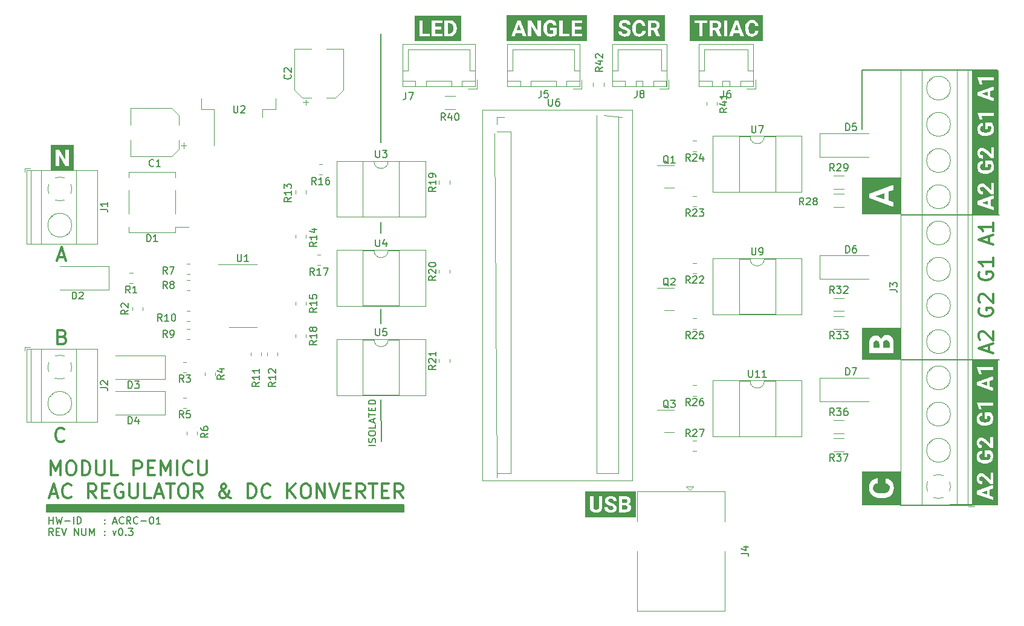
<source format=gbr>
%TF.GenerationSoftware,KiCad,Pcbnew,(6.0.10)*%
%TF.CreationDate,2023-02-08T12:55:31+07:00*%
%TF.ProjectId,3_phase_firing,335f7068-6173-4655-9f66-6972696e672e,rev?*%
%TF.SameCoordinates,Original*%
%TF.FileFunction,Legend,Top*%
%TF.FilePolarity,Positive*%
%FSLAX46Y46*%
G04 Gerber Fmt 4.6, Leading zero omitted, Abs format (unit mm)*
G04 Created by KiCad (PCBNEW (6.0.10)) date 2023-02-08 12:55:31*
%MOMM*%
%LPD*%
G01*
G04 APERTURE LIST*
%ADD10C,0.150000*%
%ADD11C,0.300000*%
%ADD12C,0.120000*%
%ADD13C,0.100000*%
G04 APERTURE END LIST*
D10*
X195319000Y-50795000D02*
X208830000Y-50785000D01*
X195330000Y-71137000D02*
X209080000Y-71137000D01*
X122428000Y-72136000D02*
X122428000Y-73660000D01*
X122500000Y-97028000D02*
X122555000Y-102870000D01*
X122500000Y-84328000D02*
X122500000Y-86360000D01*
X122500000Y-60960000D02*
X122500000Y-45720000D01*
X195319000Y-111837000D02*
X208830000Y-111827000D01*
G36*
X125680000Y-112760000D02*
G01*
X75680000Y-112760000D01*
X75680000Y-111760000D01*
X125680000Y-111760000D01*
X125680000Y-112760000D01*
G37*
X125680000Y-112760000D02*
X75680000Y-112760000D01*
X75680000Y-111760000D01*
X125680000Y-111760000D01*
X125680000Y-112760000D01*
X195330000Y-91457000D02*
X209080000Y-91457000D01*
X189830000Y-50785000D02*
X189830000Y-59135000D01*
X195280000Y-50795000D02*
X189830000Y-50785000D01*
D11*
X207618933Y-90345571D02*
X207618933Y-89393190D01*
X208190361Y-90536047D02*
X206190361Y-89869380D01*
X208190361Y-89202714D01*
X206380838Y-88631285D02*
X206285600Y-88536047D01*
X206190361Y-88345571D01*
X206190361Y-87869380D01*
X206285600Y-87678904D01*
X206380838Y-87583666D01*
X206571314Y-87488428D01*
X206761790Y-87488428D01*
X207047504Y-87583666D01*
X208190361Y-88726523D01*
X208190361Y-87488428D01*
X207618933Y-75105571D02*
X207618933Y-74153190D01*
X208190361Y-75296047D02*
X206190361Y-74629380D01*
X208190361Y-73962714D01*
X208190361Y-72248428D02*
X208190361Y-73391285D01*
X208190361Y-72819857D02*
X206190361Y-72819857D01*
X206476076Y-73010333D01*
X206666552Y-73200809D01*
X206761790Y-73391285D01*
X206285600Y-79185571D02*
X206190361Y-79376047D01*
X206190361Y-79661761D01*
X206285600Y-79947476D01*
X206476076Y-80137952D01*
X206666552Y-80233190D01*
X207047504Y-80328428D01*
X207333219Y-80328428D01*
X207714171Y-80233190D01*
X207904647Y-80137952D01*
X208095123Y-79947476D01*
X208190361Y-79661761D01*
X208190361Y-79471285D01*
X208095123Y-79185571D01*
X207999885Y-79090333D01*
X207333219Y-79090333D01*
X207333219Y-79471285D01*
X208190361Y-77185571D02*
X208190361Y-78328428D01*
X208190361Y-77757000D02*
X206190361Y-77757000D01*
X206476076Y-77947476D01*
X206666552Y-78137952D01*
X206761790Y-78328428D01*
X76236190Y-107639761D02*
X76236190Y-105639761D01*
X76902857Y-107068333D01*
X77569523Y-105639761D01*
X77569523Y-107639761D01*
X78902857Y-105639761D02*
X79283809Y-105639761D01*
X79474285Y-105735000D01*
X79664761Y-105925476D01*
X79760000Y-106306428D01*
X79760000Y-106973095D01*
X79664761Y-107354047D01*
X79474285Y-107544523D01*
X79283809Y-107639761D01*
X78902857Y-107639761D01*
X78712380Y-107544523D01*
X78521904Y-107354047D01*
X78426666Y-106973095D01*
X78426666Y-106306428D01*
X78521904Y-105925476D01*
X78712380Y-105735000D01*
X78902857Y-105639761D01*
X80617142Y-107639761D02*
X80617142Y-105639761D01*
X81093333Y-105639761D01*
X81379047Y-105735000D01*
X81569523Y-105925476D01*
X81664761Y-106115952D01*
X81760000Y-106496904D01*
X81760000Y-106782619D01*
X81664761Y-107163571D01*
X81569523Y-107354047D01*
X81379047Y-107544523D01*
X81093333Y-107639761D01*
X80617142Y-107639761D01*
X82617142Y-105639761D02*
X82617142Y-107258809D01*
X82712380Y-107449285D01*
X82807619Y-107544523D01*
X82998095Y-107639761D01*
X83379047Y-107639761D01*
X83569523Y-107544523D01*
X83664761Y-107449285D01*
X83760000Y-107258809D01*
X83760000Y-105639761D01*
X85664761Y-107639761D02*
X84712380Y-107639761D01*
X84712380Y-105639761D01*
X87855238Y-107639761D02*
X87855238Y-105639761D01*
X88617142Y-105639761D01*
X88807619Y-105735000D01*
X88902857Y-105830238D01*
X88998095Y-106020714D01*
X88998095Y-106306428D01*
X88902857Y-106496904D01*
X88807619Y-106592142D01*
X88617142Y-106687380D01*
X87855238Y-106687380D01*
X89855238Y-106592142D02*
X90521904Y-106592142D01*
X90807619Y-107639761D02*
X89855238Y-107639761D01*
X89855238Y-105639761D01*
X90807619Y-105639761D01*
X91664761Y-107639761D02*
X91664761Y-105639761D01*
X92331428Y-107068333D01*
X92998095Y-105639761D01*
X92998095Y-107639761D01*
X93950476Y-107639761D02*
X93950476Y-105639761D01*
X96045714Y-107449285D02*
X95950476Y-107544523D01*
X95664761Y-107639761D01*
X95474285Y-107639761D01*
X95188571Y-107544523D01*
X94998095Y-107354047D01*
X94902857Y-107163571D01*
X94807619Y-106782619D01*
X94807619Y-106496904D01*
X94902857Y-106115952D01*
X94998095Y-105925476D01*
X95188571Y-105735000D01*
X95474285Y-105639761D01*
X95664761Y-105639761D01*
X95950476Y-105735000D01*
X96045714Y-105830238D01*
X96902857Y-105639761D02*
X96902857Y-107258809D01*
X96998095Y-107449285D01*
X97093333Y-107544523D01*
X97283809Y-107639761D01*
X97664761Y-107639761D01*
X97855238Y-107544523D01*
X97950476Y-107449285D01*
X98045714Y-107258809D01*
X98045714Y-105639761D01*
X76140952Y-110288333D02*
X77093333Y-110288333D01*
X75950476Y-110859761D02*
X76617142Y-108859761D01*
X77283809Y-110859761D01*
X79093333Y-110669285D02*
X78998095Y-110764523D01*
X78712380Y-110859761D01*
X78521904Y-110859761D01*
X78236190Y-110764523D01*
X78045714Y-110574047D01*
X77950476Y-110383571D01*
X77855238Y-110002619D01*
X77855238Y-109716904D01*
X77950476Y-109335952D01*
X78045714Y-109145476D01*
X78236190Y-108955000D01*
X78521904Y-108859761D01*
X78712380Y-108859761D01*
X78998095Y-108955000D01*
X79093333Y-109050238D01*
X82617142Y-110859761D02*
X81950476Y-109907380D01*
X81474285Y-110859761D02*
X81474285Y-108859761D01*
X82236190Y-108859761D01*
X82426666Y-108955000D01*
X82521904Y-109050238D01*
X82617142Y-109240714D01*
X82617142Y-109526428D01*
X82521904Y-109716904D01*
X82426666Y-109812142D01*
X82236190Y-109907380D01*
X81474285Y-109907380D01*
X83474285Y-109812142D02*
X84140952Y-109812142D01*
X84426666Y-110859761D02*
X83474285Y-110859761D01*
X83474285Y-108859761D01*
X84426666Y-108859761D01*
X86331428Y-108955000D02*
X86140952Y-108859761D01*
X85855238Y-108859761D01*
X85569523Y-108955000D01*
X85379047Y-109145476D01*
X85283809Y-109335952D01*
X85188571Y-109716904D01*
X85188571Y-110002619D01*
X85283809Y-110383571D01*
X85379047Y-110574047D01*
X85569523Y-110764523D01*
X85855238Y-110859761D01*
X86045714Y-110859761D01*
X86331428Y-110764523D01*
X86426666Y-110669285D01*
X86426666Y-110002619D01*
X86045714Y-110002619D01*
X87283809Y-108859761D02*
X87283809Y-110478809D01*
X87379047Y-110669285D01*
X87474285Y-110764523D01*
X87664761Y-110859761D01*
X88045714Y-110859761D01*
X88236190Y-110764523D01*
X88331428Y-110669285D01*
X88426666Y-110478809D01*
X88426666Y-108859761D01*
X90331428Y-110859761D02*
X89379047Y-110859761D01*
X89379047Y-108859761D01*
X90902857Y-110288333D02*
X91855238Y-110288333D01*
X90712380Y-110859761D02*
X91379047Y-108859761D01*
X92045714Y-110859761D01*
X92426666Y-108859761D02*
X93569523Y-108859761D01*
X92998095Y-110859761D02*
X92998095Y-108859761D01*
X94617142Y-108859761D02*
X94998095Y-108859761D01*
X95188571Y-108955000D01*
X95379047Y-109145476D01*
X95474285Y-109526428D01*
X95474285Y-110193095D01*
X95379047Y-110574047D01*
X95188571Y-110764523D01*
X94998095Y-110859761D01*
X94617142Y-110859761D01*
X94426666Y-110764523D01*
X94236190Y-110574047D01*
X94140952Y-110193095D01*
X94140952Y-109526428D01*
X94236190Y-109145476D01*
X94426666Y-108955000D01*
X94617142Y-108859761D01*
X97474285Y-110859761D02*
X96807619Y-109907380D01*
X96331428Y-110859761D02*
X96331428Y-108859761D01*
X97093333Y-108859761D01*
X97283809Y-108955000D01*
X97379047Y-109050238D01*
X97474285Y-109240714D01*
X97474285Y-109526428D01*
X97379047Y-109716904D01*
X97283809Y-109812142D01*
X97093333Y-109907380D01*
X96331428Y-109907380D01*
X101474285Y-110859761D02*
X101379047Y-110859761D01*
X101188571Y-110764523D01*
X100902857Y-110478809D01*
X100426666Y-109907380D01*
X100236190Y-109621666D01*
X100140952Y-109335952D01*
X100140952Y-109145476D01*
X100236190Y-108955000D01*
X100426666Y-108859761D01*
X100521904Y-108859761D01*
X100712380Y-108955000D01*
X100807619Y-109145476D01*
X100807619Y-109240714D01*
X100712380Y-109431190D01*
X100617142Y-109526428D01*
X100045714Y-109907380D01*
X99950476Y-110002619D01*
X99855238Y-110193095D01*
X99855238Y-110478809D01*
X99950476Y-110669285D01*
X100045714Y-110764523D01*
X100236190Y-110859761D01*
X100521904Y-110859761D01*
X100712380Y-110764523D01*
X100807619Y-110669285D01*
X101093333Y-110288333D01*
X101188571Y-110002619D01*
X101188571Y-109812142D01*
X103855238Y-110859761D02*
X103855238Y-108859761D01*
X104331428Y-108859761D01*
X104617142Y-108955000D01*
X104807619Y-109145476D01*
X104902857Y-109335952D01*
X104998095Y-109716904D01*
X104998095Y-110002619D01*
X104902857Y-110383571D01*
X104807619Y-110574047D01*
X104617142Y-110764523D01*
X104331428Y-110859761D01*
X103855238Y-110859761D01*
X106998095Y-110669285D02*
X106902857Y-110764523D01*
X106617142Y-110859761D01*
X106426666Y-110859761D01*
X106140952Y-110764523D01*
X105950476Y-110574047D01*
X105855238Y-110383571D01*
X105760000Y-110002619D01*
X105760000Y-109716904D01*
X105855238Y-109335952D01*
X105950476Y-109145476D01*
X106140952Y-108955000D01*
X106426666Y-108859761D01*
X106617142Y-108859761D01*
X106902857Y-108955000D01*
X106998095Y-109050238D01*
X109379047Y-110859761D02*
X109379047Y-108859761D01*
X110521904Y-110859761D02*
X109664761Y-109716904D01*
X110521904Y-108859761D02*
X109379047Y-110002619D01*
X111760000Y-108859761D02*
X112140952Y-108859761D01*
X112331428Y-108955000D01*
X112521904Y-109145476D01*
X112617142Y-109526428D01*
X112617142Y-110193095D01*
X112521904Y-110574047D01*
X112331428Y-110764523D01*
X112140952Y-110859761D01*
X111760000Y-110859761D01*
X111569523Y-110764523D01*
X111379047Y-110574047D01*
X111283809Y-110193095D01*
X111283809Y-109526428D01*
X111379047Y-109145476D01*
X111569523Y-108955000D01*
X111760000Y-108859761D01*
X113474285Y-110859761D02*
X113474285Y-108859761D01*
X114617142Y-110859761D01*
X114617142Y-108859761D01*
X115283809Y-108859761D02*
X115950476Y-110859761D01*
X116617142Y-108859761D01*
X117283809Y-109812142D02*
X117950476Y-109812142D01*
X118236190Y-110859761D02*
X117283809Y-110859761D01*
X117283809Y-108859761D01*
X118236190Y-108859761D01*
X120236190Y-110859761D02*
X119569523Y-109907380D01*
X119093333Y-110859761D02*
X119093333Y-108859761D01*
X119855238Y-108859761D01*
X120045714Y-108955000D01*
X120140952Y-109050238D01*
X120236190Y-109240714D01*
X120236190Y-109526428D01*
X120140952Y-109716904D01*
X120045714Y-109812142D01*
X119855238Y-109907380D01*
X119093333Y-109907380D01*
X120807619Y-108859761D02*
X121950476Y-108859761D01*
X121379047Y-110859761D02*
X121379047Y-108859761D01*
X122617142Y-109812142D02*
X123283809Y-109812142D01*
X123569523Y-110859761D02*
X122617142Y-110859761D01*
X122617142Y-108859761D01*
X123569523Y-108859761D01*
X125569523Y-110859761D02*
X124902857Y-109907380D01*
X124426666Y-110859761D02*
X124426666Y-108859761D01*
X125188571Y-108859761D01*
X125379047Y-108955000D01*
X125474285Y-109050238D01*
X125569523Y-109240714D01*
X125569523Y-109526428D01*
X125474285Y-109716904D01*
X125379047Y-109812142D01*
X125188571Y-109907380D01*
X124426666Y-109907380D01*
X77247809Y-77041333D02*
X78200190Y-77041333D01*
X77057333Y-77612761D02*
X77724000Y-75612761D01*
X78390666Y-77612761D01*
D10*
X121737380Y-103496666D02*
X120737380Y-103496666D01*
X121689761Y-103068095D02*
X121737380Y-102925238D01*
X121737380Y-102687142D01*
X121689761Y-102591904D01*
X121642142Y-102544285D01*
X121546904Y-102496666D01*
X121451666Y-102496666D01*
X121356428Y-102544285D01*
X121308809Y-102591904D01*
X121261190Y-102687142D01*
X121213571Y-102877619D01*
X121165952Y-102972857D01*
X121118333Y-103020476D01*
X121023095Y-103068095D01*
X120927857Y-103068095D01*
X120832619Y-103020476D01*
X120785000Y-102972857D01*
X120737380Y-102877619D01*
X120737380Y-102639523D01*
X120785000Y-102496666D01*
X120737380Y-101877619D02*
X120737380Y-101687142D01*
X120785000Y-101591904D01*
X120880238Y-101496666D01*
X121070714Y-101449047D01*
X121404047Y-101449047D01*
X121594523Y-101496666D01*
X121689761Y-101591904D01*
X121737380Y-101687142D01*
X121737380Y-101877619D01*
X121689761Y-101972857D01*
X121594523Y-102068095D01*
X121404047Y-102115714D01*
X121070714Y-102115714D01*
X120880238Y-102068095D01*
X120785000Y-101972857D01*
X120737380Y-101877619D01*
X121737380Y-100544285D02*
X121737380Y-101020476D01*
X120737380Y-101020476D01*
X121451666Y-100258571D02*
X121451666Y-99782380D01*
X121737380Y-100353809D02*
X120737380Y-100020476D01*
X121737380Y-99687142D01*
X120737380Y-99496666D02*
X120737380Y-98925238D01*
X121737380Y-99210952D02*
X120737380Y-99210952D01*
X121213571Y-98591904D02*
X121213571Y-98258571D01*
X121737380Y-98115714D02*
X121737380Y-98591904D01*
X120737380Y-98591904D01*
X120737380Y-98115714D01*
X121737380Y-97687142D02*
X120737380Y-97687142D01*
X120737380Y-97449047D01*
X120785000Y-97306190D01*
X120880238Y-97210952D01*
X120975476Y-97163333D01*
X121165952Y-97115714D01*
X121308809Y-97115714D01*
X121499285Y-97163333D01*
X121594523Y-97210952D01*
X121689761Y-97306190D01*
X121737380Y-97449047D01*
X121737380Y-97687142D01*
D11*
X77866857Y-88249142D02*
X78152571Y-88344380D01*
X78247809Y-88439619D01*
X78343047Y-88630095D01*
X78343047Y-88915809D01*
X78247809Y-89106285D01*
X78152571Y-89201523D01*
X77962095Y-89296761D01*
X77200190Y-89296761D01*
X77200190Y-87296761D01*
X77866857Y-87296761D01*
X78057333Y-87392000D01*
X78152571Y-87487238D01*
X78247809Y-87677714D01*
X78247809Y-87868190D01*
X78152571Y-88058666D01*
X78057333Y-88153904D01*
X77866857Y-88249142D01*
X77200190Y-88249142D01*
D10*
X76015595Y-114492380D02*
X76015595Y-113492380D01*
X76015595Y-113968571D02*
X76587023Y-113968571D01*
X76587023Y-114492380D02*
X76587023Y-113492380D01*
X76967976Y-113492380D02*
X77206071Y-114492380D01*
X77396547Y-113778095D01*
X77587023Y-114492380D01*
X77825119Y-113492380D01*
X78206071Y-114111428D02*
X78967976Y-114111428D01*
X79444166Y-114492380D02*
X79444166Y-113492380D01*
X79920357Y-114492380D02*
X79920357Y-113492380D01*
X80158452Y-113492380D01*
X80301309Y-113540000D01*
X80396547Y-113635238D01*
X80444166Y-113730476D01*
X80491785Y-113920952D01*
X80491785Y-114063809D01*
X80444166Y-114254285D01*
X80396547Y-114349523D01*
X80301309Y-114444761D01*
X80158452Y-114492380D01*
X79920357Y-114492380D01*
X83777500Y-114397142D02*
X83825119Y-114444761D01*
X83777500Y-114492380D01*
X83729880Y-114444761D01*
X83777500Y-114397142D01*
X83777500Y-114492380D01*
X83777500Y-113873333D02*
X83825119Y-113920952D01*
X83777500Y-113968571D01*
X83729880Y-113920952D01*
X83777500Y-113873333D01*
X83777500Y-113968571D01*
X84967976Y-114206666D02*
X85444166Y-114206666D01*
X84872738Y-114492380D02*
X85206071Y-113492380D01*
X85539404Y-114492380D01*
X86444166Y-114397142D02*
X86396547Y-114444761D01*
X86253690Y-114492380D01*
X86158452Y-114492380D01*
X86015595Y-114444761D01*
X85920357Y-114349523D01*
X85872738Y-114254285D01*
X85825119Y-114063809D01*
X85825119Y-113920952D01*
X85872738Y-113730476D01*
X85920357Y-113635238D01*
X86015595Y-113540000D01*
X86158452Y-113492380D01*
X86253690Y-113492380D01*
X86396547Y-113540000D01*
X86444166Y-113587619D01*
X87444166Y-114492380D02*
X87110833Y-114016190D01*
X86872738Y-114492380D02*
X86872738Y-113492380D01*
X87253690Y-113492380D01*
X87348928Y-113540000D01*
X87396547Y-113587619D01*
X87444166Y-113682857D01*
X87444166Y-113825714D01*
X87396547Y-113920952D01*
X87348928Y-113968571D01*
X87253690Y-114016190D01*
X86872738Y-114016190D01*
X88444166Y-114397142D02*
X88396547Y-114444761D01*
X88253690Y-114492380D01*
X88158452Y-114492380D01*
X88015595Y-114444761D01*
X87920357Y-114349523D01*
X87872738Y-114254285D01*
X87825119Y-114063809D01*
X87825119Y-113920952D01*
X87872738Y-113730476D01*
X87920357Y-113635238D01*
X88015595Y-113540000D01*
X88158452Y-113492380D01*
X88253690Y-113492380D01*
X88396547Y-113540000D01*
X88444166Y-113587619D01*
X88872738Y-114111428D02*
X89634642Y-114111428D01*
X90301309Y-113492380D02*
X90396547Y-113492380D01*
X90491785Y-113540000D01*
X90539404Y-113587619D01*
X90587023Y-113682857D01*
X90634642Y-113873333D01*
X90634642Y-114111428D01*
X90587023Y-114301904D01*
X90539404Y-114397142D01*
X90491785Y-114444761D01*
X90396547Y-114492380D01*
X90301309Y-114492380D01*
X90206071Y-114444761D01*
X90158452Y-114397142D01*
X90110833Y-114301904D01*
X90063214Y-114111428D01*
X90063214Y-113873333D01*
X90110833Y-113682857D01*
X90158452Y-113587619D01*
X90206071Y-113540000D01*
X90301309Y-113492380D01*
X91587023Y-114492380D02*
X91015595Y-114492380D01*
X91301309Y-114492380D02*
X91301309Y-113492380D01*
X91206071Y-113635238D01*
X91110833Y-113730476D01*
X91015595Y-113778095D01*
X76587023Y-116102380D02*
X76253690Y-115626190D01*
X76015595Y-116102380D02*
X76015595Y-115102380D01*
X76396547Y-115102380D01*
X76491785Y-115150000D01*
X76539404Y-115197619D01*
X76587023Y-115292857D01*
X76587023Y-115435714D01*
X76539404Y-115530952D01*
X76491785Y-115578571D01*
X76396547Y-115626190D01*
X76015595Y-115626190D01*
X77015595Y-115578571D02*
X77348928Y-115578571D01*
X77491785Y-116102380D02*
X77015595Y-116102380D01*
X77015595Y-115102380D01*
X77491785Y-115102380D01*
X77777500Y-115102380D02*
X78110833Y-116102380D01*
X78444166Y-115102380D01*
X79539404Y-116102380D02*
X79539404Y-115102380D01*
X80110833Y-116102380D01*
X80110833Y-115102380D01*
X80587023Y-115102380D02*
X80587023Y-115911904D01*
X80634642Y-116007142D01*
X80682261Y-116054761D01*
X80777500Y-116102380D01*
X80967976Y-116102380D01*
X81063214Y-116054761D01*
X81110833Y-116007142D01*
X81158452Y-115911904D01*
X81158452Y-115102380D01*
X81634642Y-116102380D02*
X81634642Y-115102380D01*
X81967976Y-115816666D01*
X82301309Y-115102380D01*
X82301309Y-116102380D01*
X83777500Y-116007142D02*
X83825119Y-116054761D01*
X83777500Y-116102380D01*
X83729880Y-116054761D01*
X83777500Y-116007142D01*
X83777500Y-116102380D01*
X83777500Y-115483333D02*
X83825119Y-115530952D01*
X83777500Y-115578571D01*
X83729880Y-115530952D01*
X83777500Y-115483333D01*
X83777500Y-115578571D01*
X84920357Y-115435714D02*
X85158452Y-116102380D01*
X85396547Y-115435714D01*
X85967976Y-115102380D02*
X86063214Y-115102380D01*
X86158452Y-115150000D01*
X86206071Y-115197619D01*
X86253690Y-115292857D01*
X86301309Y-115483333D01*
X86301309Y-115721428D01*
X86253690Y-115911904D01*
X86206071Y-116007142D01*
X86158452Y-116054761D01*
X86063214Y-116102380D01*
X85967976Y-116102380D01*
X85872738Y-116054761D01*
X85825119Y-116007142D01*
X85777500Y-115911904D01*
X85729880Y-115721428D01*
X85729880Y-115483333D01*
X85777500Y-115292857D01*
X85825119Y-115197619D01*
X85872738Y-115150000D01*
X85967976Y-115102380D01*
X86729880Y-116007142D02*
X86777500Y-116054761D01*
X86729880Y-116102380D01*
X86682261Y-116054761D01*
X86729880Y-116007142D01*
X86729880Y-116102380D01*
X87110833Y-115102380D02*
X87729880Y-115102380D01*
X87396547Y-115483333D01*
X87539404Y-115483333D01*
X87634642Y-115530952D01*
X87682261Y-115578571D01*
X87729880Y-115673809D01*
X87729880Y-115911904D01*
X87682261Y-116007142D01*
X87634642Y-116054761D01*
X87539404Y-116102380D01*
X87253690Y-116102380D01*
X87158452Y-116054761D01*
X87110833Y-116007142D01*
D11*
X78119047Y-102822285D02*
X78023809Y-102917523D01*
X77738095Y-103012761D01*
X77547619Y-103012761D01*
X77261904Y-102917523D01*
X77071428Y-102727047D01*
X76976190Y-102536571D01*
X76880952Y-102155619D01*
X76880952Y-101869904D01*
X76976190Y-101488952D01*
X77071428Y-101298476D01*
X77261904Y-101108000D01*
X77547619Y-101012761D01*
X77738095Y-101012761D01*
X78023809Y-101108000D01*
X78119047Y-101203238D01*
X206285600Y-84265571D02*
X206190361Y-84456047D01*
X206190361Y-84741761D01*
X206285600Y-85027476D01*
X206476076Y-85217952D01*
X206666552Y-85313190D01*
X207047504Y-85408428D01*
X207333219Y-85408428D01*
X207714171Y-85313190D01*
X207904647Y-85217952D01*
X208095123Y-85027476D01*
X208190361Y-84741761D01*
X208190361Y-84551285D01*
X208095123Y-84265571D01*
X207999885Y-84170333D01*
X207333219Y-84170333D01*
X207333219Y-84551285D01*
X206380838Y-83408428D02*
X206285600Y-83313190D01*
X206190361Y-83122714D01*
X206190361Y-82646523D01*
X206285600Y-82456047D01*
X206380838Y-82360809D01*
X206571314Y-82265571D01*
X206761790Y-82265571D01*
X207047504Y-82360809D01*
X208190361Y-83503666D01*
X208190361Y-82265571D01*
D10*
%TO.C,J4*%
X172957380Y-118625833D02*
X173671666Y-118625833D01*
X173814523Y-118673452D01*
X173909761Y-118768690D01*
X173957380Y-118911547D01*
X173957380Y-119006785D01*
X173290714Y-117721071D02*
X173957380Y-117721071D01*
X172909761Y-117959166D02*
X173624047Y-118197261D01*
X173624047Y-117578214D01*
%TO.C,D6*%
X187562904Y-76455380D02*
X187562904Y-75455380D01*
X187801000Y-75455380D01*
X187943857Y-75503000D01*
X188039095Y-75598238D01*
X188086714Y-75693476D01*
X188134333Y-75883952D01*
X188134333Y-76026809D01*
X188086714Y-76217285D01*
X188039095Y-76312523D01*
X187943857Y-76407761D01*
X187801000Y-76455380D01*
X187562904Y-76455380D01*
X188991476Y-75455380D02*
X188801000Y-75455380D01*
X188705761Y-75503000D01*
X188658142Y-75550619D01*
X188562904Y-75693476D01*
X188515285Y-75883952D01*
X188515285Y-76264904D01*
X188562904Y-76360142D01*
X188610523Y-76407761D01*
X188705761Y-76455380D01*
X188896238Y-76455380D01*
X188991476Y-76407761D01*
X189039095Y-76360142D01*
X189086714Y-76264904D01*
X189086714Y-76026809D01*
X189039095Y-75931571D01*
X188991476Y-75883952D01*
X188896238Y-75836333D01*
X188705761Y-75836333D01*
X188610523Y-75883952D01*
X188562904Y-75931571D01*
X188515285Y-76026809D01*
%TO.C,U3*%
X121738095Y-62082380D02*
X121738095Y-62891904D01*
X121785714Y-62987142D01*
X121833333Y-63034761D01*
X121928571Y-63082380D01*
X122119047Y-63082380D01*
X122214285Y-63034761D01*
X122261904Y-62987142D01*
X122309523Y-62891904D01*
X122309523Y-62082380D01*
X122690476Y-62082380D02*
X123309523Y-62082380D01*
X122976190Y-62463333D01*
X123119047Y-62463333D01*
X123214285Y-62510952D01*
X123261904Y-62558571D01*
X123309523Y-62653809D01*
X123309523Y-62891904D01*
X123261904Y-62987142D01*
X123214285Y-63034761D01*
X123119047Y-63082380D01*
X122833333Y-63082380D01*
X122738095Y-63034761D01*
X122690476Y-62987142D01*
%TO.C,R17*%
X113149142Y-79572380D02*
X112815809Y-79096190D01*
X112577714Y-79572380D02*
X112577714Y-78572380D01*
X112958666Y-78572380D01*
X113053904Y-78620000D01*
X113101523Y-78667619D01*
X113149142Y-78762857D01*
X113149142Y-78905714D01*
X113101523Y-79000952D01*
X113053904Y-79048571D01*
X112958666Y-79096190D01*
X112577714Y-79096190D01*
X114101523Y-79572380D02*
X113530095Y-79572380D01*
X113815809Y-79572380D02*
X113815809Y-78572380D01*
X113720571Y-78715238D01*
X113625333Y-78810476D01*
X113530095Y-78858095D01*
X114434857Y-78572380D02*
X115101523Y-78572380D01*
X114672952Y-79572380D01*
%TO.C,R41*%
X170932380Y-56182357D02*
X170456190Y-56515690D01*
X170932380Y-56753785D02*
X169932380Y-56753785D01*
X169932380Y-56372833D01*
X169980000Y-56277595D01*
X170027619Y-56229976D01*
X170122857Y-56182357D01*
X170265714Y-56182357D01*
X170360952Y-56229976D01*
X170408571Y-56277595D01*
X170456190Y-56372833D01*
X170456190Y-56753785D01*
X170265714Y-55325214D02*
X170932380Y-55325214D01*
X169884761Y-55563309D02*
X170599047Y-55801404D01*
X170599047Y-55182357D01*
X170932380Y-54277595D02*
X170932380Y-54849023D01*
X170932380Y-54563309D02*
X169932380Y-54563309D01*
X170075238Y-54658547D01*
X170170476Y-54753785D01*
X170218095Y-54849023D01*
%TO.C,R1*%
X87333333Y-82102380D02*
X87000000Y-81626190D01*
X86761904Y-82102380D02*
X86761904Y-81102380D01*
X87142857Y-81102380D01*
X87238095Y-81150000D01*
X87285714Y-81197619D01*
X87333333Y-81292857D01*
X87333333Y-81435714D01*
X87285714Y-81530952D01*
X87238095Y-81578571D01*
X87142857Y-81626190D01*
X86761904Y-81626190D01*
X88285714Y-82102380D02*
X87714285Y-82102380D01*
X88000000Y-82102380D02*
X88000000Y-81102380D01*
X87904761Y-81245238D01*
X87809523Y-81340476D01*
X87714285Y-81388095D01*
%TO.C,R36*%
X185967142Y-99275380D02*
X185633809Y-98799190D01*
X185395714Y-99275380D02*
X185395714Y-98275380D01*
X185776666Y-98275380D01*
X185871904Y-98323000D01*
X185919523Y-98370619D01*
X185967142Y-98465857D01*
X185967142Y-98608714D01*
X185919523Y-98703952D01*
X185871904Y-98751571D01*
X185776666Y-98799190D01*
X185395714Y-98799190D01*
X186300476Y-98275380D02*
X186919523Y-98275380D01*
X186586190Y-98656333D01*
X186729047Y-98656333D01*
X186824285Y-98703952D01*
X186871904Y-98751571D01*
X186919523Y-98846809D01*
X186919523Y-99084904D01*
X186871904Y-99180142D01*
X186824285Y-99227761D01*
X186729047Y-99275380D01*
X186443333Y-99275380D01*
X186348095Y-99227761D01*
X186300476Y-99180142D01*
X187776666Y-98275380D02*
X187586190Y-98275380D01*
X187490952Y-98323000D01*
X187443333Y-98370619D01*
X187348095Y-98513476D01*
X187300476Y-98703952D01*
X187300476Y-99084904D01*
X187348095Y-99180142D01*
X187395714Y-99227761D01*
X187490952Y-99275380D01*
X187681428Y-99275380D01*
X187776666Y-99227761D01*
X187824285Y-99180142D01*
X187871904Y-99084904D01*
X187871904Y-98846809D01*
X187824285Y-98751571D01*
X187776666Y-98703952D01*
X187681428Y-98656333D01*
X187490952Y-98656333D01*
X187395714Y-98703952D01*
X187348095Y-98751571D01*
X187300476Y-98846809D01*
%TO.C,R33*%
X185967142Y-88522380D02*
X185633809Y-88046190D01*
X185395714Y-88522380D02*
X185395714Y-87522380D01*
X185776666Y-87522380D01*
X185871904Y-87570000D01*
X185919523Y-87617619D01*
X185967142Y-87712857D01*
X185967142Y-87855714D01*
X185919523Y-87950952D01*
X185871904Y-87998571D01*
X185776666Y-88046190D01*
X185395714Y-88046190D01*
X186300476Y-87522380D02*
X186919523Y-87522380D01*
X186586190Y-87903333D01*
X186729047Y-87903333D01*
X186824285Y-87950952D01*
X186871904Y-87998571D01*
X186919523Y-88093809D01*
X186919523Y-88331904D01*
X186871904Y-88427142D01*
X186824285Y-88474761D01*
X186729047Y-88522380D01*
X186443333Y-88522380D01*
X186348095Y-88474761D01*
X186300476Y-88427142D01*
X187252857Y-87522380D02*
X187871904Y-87522380D01*
X187538571Y-87903333D01*
X187681428Y-87903333D01*
X187776666Y-87950952D01*
X187824285Y-87998571D01*
X187871904Y-88093809D01*
X187871904Y-88331904D01*
X187824285Y-88427142D01*
X187776666Y-88474761D01*
X187681428Y-88522380D01*
X187395714Y-88522380D01*
X187300476Y-88474761D01*
X187252857Y-88427142D01*
%TO.C,R22*%
X165774142Y-80732380D02*
X165440809Y-80256190D01*
X165202714Y-80732380D02*
X165202714Y-79732380D01*
X165583666Y-79732380D01*
X165678904Y-79780000D01*
X165726523Y-79827619D01*
X165774142Y-79922857D01*
X165774142Y-80065714D01*
X165726523Y-80160952D01*
X165678904Y-80208571D01*
X165583666Y-80256190D01*
X165202714Y-80256190D01*
X166155095Y-79827619D02*
X166202714Y-79780000D01*
X166297952Y-79732380D01*
X166536047Y-79732380D01*
X166631285Y-79780000D01*
X166678904Y-79827619D01*
X166726523Y-79922857D01*
X166726523Y-80018095D01*
X166678904Y-80160952D01*
X166107476Y-80732380D01*
X166726523Y-80732380D01*
X167107476Y-79827619D02*
X167155095Y-79780000D01*
X167250333Y-79732380D01*
X167488428Y-79732380D01*
X167583666Y-79780000D01*
X167631285Y-79827619D01*
X167678904Y-79922857D01*
X167678904Y-80018095D01*
X167631285Y-80160952D01*
X167059857Y-80732380D01*
X167678904Y-80732380D01*
%TO.C,R14*%
X113482380Y-74961357D02*
X113006190Y-75294690D01*
X113482380Y-75532785D02*
X112482380Y-75532785D01*
X112482380Y-75151833D01*
X112530000Y-75056595D01*
X112577619Y-75008976D01*
X112672857Y-74961357D01*
X112815714Y-74961357D01*
X112910952Y-75008976D01*
X112958571Y-75056595D01*
X113006190Y-75151833D01*
X113006190Y-75532785D01*
X113482380Y-74008976D02*
X113482380Y-74580404D01*
X113482380Y-74294690D02*
X112482380Y-74294690D01*
X112625238Y-74389928D01*
X112720476Y-74485166D01*
X112768095Y-74580404D01*
X112815714Y-73151833D02*
X113482380Y-73151833D01*
X112434761Y-73389928D02*
X113149047Y-73628023D01*
X113149047Y-73008976D01*
%TO.C,R42*%
X153534380Y-50443857D02*
X153058190Y-50777190D01*
X153534380Y-51015285D02*
X152534380Y-51015285D01*
X152534380Y-50634333D01*
X152582000Y-50539095D01*
X152629619Y-50491476D01*
X152724857Y-50443857D01*
X152867714Y-50443857D01*
X152962952Y-50491476D01*
X153010571Y-50539095D01*
X153058190Y-50634333D01*
X153058190Y-51015285D01*
X152867714Y-49586714D02*
X153534380Y-49586714D01*
X152486761Y-49824809D02*
X153201047Y-50062904D01*
X153201047Y-49443857D01*
X152629619Y-49110523D02*
X152582000Y-49062904D01*
X152534380Y-48967666D01*
X152534380Y-48729571D01*
X152582000Y-48634333D01*
X152629619Y-48586714D01*
X152724857Y-48539095D01*
X152820095Y-48539095D01*
X152962952Y-48586714D01*
X153534380Y-49158142D01*
X153534380Y-48539095D01*
%TO.C,U11*%
X173941904Y-92897380D02*
X173941904Y-93706904D01*
X173989523Y-93802142D01*
X174037142Y-93849761D01*
X174132380Y-93897380D01*
X174322857Y-93897380D01*
X174418095Y-93849761D01*
X174465714Y-93802142D01*
X174513333Y-93706904D01*
X174513333Y-92897380D01*
X175513333Y-93897380D02*
X174941904Y-93897380D01*
X175227619Y-93897380D02*
X175227619Y-92897380D01*
X175132380Y-93040238D01*
X175037142Y-93135476D01*
X174941904Y-93183095D01*
X176465714Y-93897380D02*
X175894285Y-93897380D01*
X176180000Y-93897380D02*
X176180000Y-92897380D01*
X176084761Y-93040238D01*
X175989523Y-93135476D01*
X175894285Y-93183095D01*
%TO.C,J3*%
X193772380Y-81630333D02*
X194486666Y-81630333D01*
X194629523Y-81677952D01*
X194724761Y-81773190D01*
X194772380Y-81916047D01*
X194772380Y-82011285D01*
X193772380Y-81249380D02*
X193772380Y-80630333D01*
X194153333Y-80963666D01*
X194153333Y-80820809D01*
X194200952Y-80725571D01*
X194248571Y-80677952D01*
X194343809Y-80630333D01*
X194581904Y-80630333D01*
X194677142Y-80677952D01*
X194724761Y-80725571D01*
X194772380Y-80820809D01*
X194772380Y-81106523D01*
X194724761Y-81201761D01*
X194677142Y-81249380D01*
%TO.C,Q1*%
X162765761Y-63950619D02*
X162670523Y-63903000D01*
X162575285Y-63807761D01*
X162432428Y-63664904D01*
X162337190Y-63617285D01*
X162241952Y-63617285D01*
X162289571Y-63855380D02*
X162194333Y-63807761D01*
X162099095Y-63712523D01*
X162051476Y-63522047D01*
X162051476Y-63188714D01*
X162099095Y-62998238D01*
X162194333Y-62903000D01*
X162289571Y-62855380D01*
X162480047Y-62855380D01*
X162575285Y-62903000D01*
X162670523Y-62998238D01*
X162718142Y-63188714D01*
X162718142Y-63522047D01*
X162670523Y-63712523D01*
X162575285Y-63807761D01*
X162480047Y-63855380D01*
X162289571Y-63855380D01*
X163670523Y-63855380D02*
X163099095Y-63855380D01*
X163384809Y-63855380D02*
X163384809Y-62855380D01*
X163289571Y-62998238D01*
X163194333Y-63093476D01*
X163099095Y-63141095D01*
%TO.C,R27*%
X165774142Y-102237380D02*
X165440809Y-101761190D01*
X165202714Y-102237380D02*
X165202714Y-101237380D01*
X165583666Y-101237380D01*
X165678904Y-101285000D01*
X165726523Y-101332619D01*
X165774142Y-101427857D01*
X165774142Y-101570714D01*
X165726523Y-101665952D01*
X165678904Y-101713571D01*
X165583666Y-101761190D01*
X165202714Y-101761190D01*
X166155095Y-101332619D02*
X166202714Y-101285000D01*
X166297952Y-101237380D01*
X166536047Y-101237380D01*
X166631285Y-101285000D01*
X166678904Y-101332619D01*
X166726523Y-101427857D01*
X166726523Y-101523095D01*
X166678904Y-101665952D01*
X166107476Y-102237380D01*
X166726523Y-102237380D01*
X167059857Y-101237380D02*
X167726523Y-101237380D01*
X167297952Y-102237380D01*
%TO.C,U1*%
X102362095Y-76672380D02*
X102362095Y-77481904D01*
X102409714Y-77577142D01*
X102457333Y-77624761D01*
X102552571Y-77672380D01*
X102743047Y-77672380D01*
X102838285Y-77624761D01*
X102885904Y-77577142D01*
X102933523Y-77481904D01*
X102933523Y-76672380D01*
X103933523Y-77672380D02*
X103362095Y-77672380D01*
X103647809Y-77672380D02*
X103647809Y-76672380D01*
X103552571Y-76815238D01*
X103457333Y-76910476D01*
X103362095Y-76958095D01*
%TO.C,R26*%
X165774142Y-97877380D02*
X165440809Y-97401190D01*
X165202714Y-97877380D02*
X165202714Y-96877380D01*
X165583666Y-96877380D01*
X165678904Y-96925000D01*
X165726523Y-96972619D01*
X165774142Y-97067857D01*
X165774142Y-97210714D01*
X165726523Y-97305952D01*
X165678904Y-97353571D01*
X165583666Y-97401190D01*
X165202714Y-97401190D01*
X166155095Y-96972619D02*
X166202714Y-96925000D01*
X166297952Y-96877380D01*
X166536047Y-96877380D01*
X166631285Y-96925000D01*
X166678904Y-96972619D01*
X166726523Y-97067857D01*
X166726523Y-97163095D01*
X166678904Y-97305952D01*
X166107476Y-97877380D01*
X166726523Y-97877380D01*
X167583666Y-96877380D02*
X167393190Y-96877380D01*
X167297952Y-96925000D01*
X167250333Y-96972619D01*
X167155095Y-97115476D01*
X167107476Y-97305952D01*
X167107476Y-97686904D01*
X167155095Y-97782142D01*
X167202714Y-97829761D01*
X167297952Y-97877380D01*
X167488428Y-97877380D01*
X167583666Y-97829761D01*
X167631285Y-97782142D01*
X167678904Y-97686904D01*
X167678904Y-97448809D01*
X167631285Y-97353571D01*
X167583666Y-97305952D01*
X167488428Y-97258333D01*
X167297952Y-97258333D01*
X167202714Y-97305952D01*
X167155095Y-97353571D01*
X167107476Y-97448809D01*
%TO.C,R16*%
X113403142Y-66872380D02*
X113069809Y-66396190D01*
X112831714Y-66872380D02*
X112831714Y-65872380D01*
X113212666Y-65872380D01*
X113307904Y-65920000D01*
X113355523Y-65967619D01*
X113403142Y-66062857D01*
X113403142Y-66205714D01*
X113355523Y-66300952D01*
X113307904Y-66348571D01*
X113212666Y-66396190D01*
X112831714Y-66396190D01*
X114355523Y-66872380D02*
X113784095Y-66872380D01*
X114069809Y-66872380D02*
X114069809Y-65872380D01*
X113974571Y-66015238D01*
X113879333Y-66110476D01*
X113784095Y-66158095D01*
X115212666Y-65872380D02*
X115022190Y-65872380D01*
X114926952Y-65920000D01*
X114879333Y-65967619D01*
X114784095Y-66110476D01*
X114736476Y-66300952D01*
X114736476Y-66681904D01*
X114784095Y-66777142D01*
X114831714Y-66824761D01*
X114926952Y-66872380D01*
X115117428Y-66872380D01*
X115212666Y-66824761D01*
X115260285Y-66777142D01*
X115307904Y-66681904D01*
X115307904Y-66443809D01*
X115260285Y-66348571D01*
X115212666Y-66300952D01*
X115117428Y-66253333D01*
X114926952Y-66253333D01*
X114831714Y-66300952D01*
X114784095Y-66348571D01*
X114736476Y-66443809D01*
%TO.C,R24*%
X165774142Y-63587380D02*
X165440809Y-63111190D01*
X165202714Y-63587380D02*
X165202714Y-62587380D01*
X165583666Y-62587380D01*
X165678904Y-62635000D01*
X165726523Y-62682619D01*
X165774142Y-62777857D01*
X165774142Y-62920714D01*
X165726523Y-63015952D01*
X165678904Y-63063571D01*
X165583666Y-63111190D01*
X165202714Y-63111190D01*
X166155095Y-62682619D02*
X166202714Y-62635000D01*
X166297952Y-62587380D01*
X166536047Y-62587380D01*
X166631285Y-62635000D01*
X166678904Y-62682619D01*
X166726523Y-62777857D01*
X166726523Y-62873095D01*
X166678904Y-63015952D01*
X166107476Y-63587380D01*
X166726523Y-63587380D01*
X167583666Y-62920714D02*
X167583666Y-63587380D01*
X167345571Y-62539761D02*
X167107476Y-63254047D01*
X167726523Y-63254047D01*
%TO.C,R18*%
X113482380Y-88780857D02*
X113006190Y-89114190D01*
X113482380Y-89352285D02*
X112482380Y-89352285D01*
X112482380Y-88971333D01*
X112530000Y-88876095D01*
X112577619Y-88828476D01*
X112672857Y-88780857D01*
X112815714Y-88780857D01*
X112910952Y-88828476D01*
X112958571Y-88876095D01*
X113006190Y-88971333D01*
X113006190Y-89352285D01*
X113482380Y-87828476D02*
X113482380Y-88399904D01*
X113482380Y-88114190D02*
X112482380Y-88114190D01*
X112625238Y-88209428D01*
X112720476Y-88304666D01*
X112768095Y-88399904D01*
X112910952Y-87257047D02*
X112863333Y-87352285D01*
X112815714Y-87399904D01*
X112720476Y-87447523D01*
X112672857Y-87447523D01*
X112577619Y-87399904D01*
X112530000Y-87352285D01*
X112482380Y-87257047D01*
X112482380Y-87066571D01*
X112530000Y-86971333D01*
X112577619Y-86923714D01*
X112672857Y-86876095D01*
X112720476Y-86876095D01*
X112815714Y-86923714D01*
X112863333Y-86971333D01*
X112910952Y-87066571D01*
X112910952Y-87257047D01*
X112958571Y-87352285D01*
X113006190Y-87399904D01*
X113101428Y-87447523D01*
X113291904Y-87447523D01*
X113387142Y-87399904D01*
X113434761Y-87352285D01*
X113482380Y-87257047D01*
X113482380Y-87066571D01*
X113434761Y-86971333D01*
X113387142Y-86923714D01*
X113291904Y-86876095D01*
X113101428Y-86876095D01*
X113006190Y-86923714D01*
X112958571Y-86971333D01*
X112910952Y-87066571D01*
%TO.C,U5*%
X121738095Y-87082380D02*
X121738095Y-87891904D01*
X121785714Y-87987142D01*
X121833333Y-88034761D01*
X121928571Y-88082380D01*
X122119047Y-88082380D01*
X122214285Y-88034761D01*
X122261904Y-87987142D01*
X122309523Y-87891904D01*
X122309523Y-87082380D01*
X123261904Y-87082380D02*
X122785714Y-87082380D01*
X122738095Y-87558571D01*
X122785714Y-87510952D01*
X122880952Y-87463333D01*
X123119047Y-87463333D01*
X123214285Y-87510952D01*
X123261904Y-87558571D01*
X123309523Y-87653809D01*
X123309523Y-87891904D01*
X123261904Y-87987142D01*
X123214285Y-88034761D01*
X123119047Y-88082380D01*
X122880952Y-88082380D01*
X122785714Y-88034761D01*
X122738095Y-87987142D01*
%TO.C,C1*%
X90638333Y-64270142D02*
X90590714Y-64317761D01*
X90447857Y-64365380D01*
X90352619Y-64365380D01*
X90209761Y-64317761D01*
X90114523Y-64222523D01*
X90066904Y-64127285D01*
X90019285Y-63936809D01*
X90019285Y-63793952D01*
X90066904Y-63603476D01*
X90114523Y-63508238D01*
X90209761Y-63413000D01*
X90352619Y-63365380D01*
X90447857Y-63365380D01*
X90590714Y-63413000D01*
X90638333Y-63460619D01*
X91590714Y-64365380D02*
X91019285Y-64365380D01*
X91305000Y-64365380D02*
X91305000Y-63365380D01*
X91209761Y-63508238D01*
X91114523Y-63603476D01*
X91019285Y-63651095D01*
%TO.C,R7*%
X92543333Y-79446380D02*
X92210000Y-78970190D01*
X91971904Y-79446380D02*
X91971904Y-78446380D01*
X92352857Y-78446380D01*
X92448095Y-78494000D01*
X92495714Y-78541619D01*
X92543333Y-78636857D01*
X92543333Y-78779714D01*
X92495714Y-78874952D01*
X92448095Y-78922571D01*
X92352857Y-78970190D01*
X91971904Y-78970190D01*
X92876666Y-78446380D02*
X93543333Y-78446380D01*
X93114761Y-79446380D01*
%TO.C,R25*%
X165774142Y-88479380D02*
X165440809Y-88003190D01*
X165202714Y-88479380D02*
X165202714Y-87479380D01*
X165583666Y-87479380D01*
X165678904Y-87527000D01*
X165726523Y-87574619D01*
X165774142Y-87669857D01*
X165774142Y-87812714D01*
X165726523Y-87907952D01*
X165678904Y-87955571D01*
X165583666Y-88003190D01*
X165202714Y-88003190D01*
X166155095Y-87574619D02*
X166202714Y-87527000D01*
X166297952Y-87479380D01*
X166536047Y-87479380D01*
X166631285Y-87527000D01*
X166678904Y-87574619D01*
X166726523Y-87669857D01*
X166726523Y-87765095D01*
X166678904Y-87907952D01*
X166107476Y-88479380D01*
X166726523Y-88479380D01*
X167631285Y-87479380D02*
X167155095Y-87479380D01*
X167107476Y-87955571D01*
X167155095Y-87907952D01*
X167250333Y-87860333D01*
X167488428Y-87860333D01*
X167583666Y-87907952D01*
X167631285Y-87955571D01*
X167678904Y-88050809D01*
X167678904Y-88288904D01*
X167631285Y-88384142D01*
X167583666Y-88431761D01*
X167488428Y-88479380D01*
X167250333Y-88479380D01*
X167155095Y-88431761D01*
X167107476Y-88384142D01*
%TO.C,R5*%
X94833333Y-99602380D02*
X94500000Y-99126190D01*
X94261904Y-99602380D02*
X94261904Y-98602380D01*
X94642857Y-98602380D01*
X94738095Y-98650000D01*
X94785714Y-98697619D01*
X94833333Y-98792857D01*
X94833333Y-98935714D01*
X94785714Y-99030952D01*
X94738095Y-99078571D01*
X94642857Y-99126190D01*
X94261904Y-99126190D01*
X95738095Y-98602380D02*
X95261904Y-98602380D01*
X95214285Y-99078571D01*
X95261904Y-99030952D01*
X95357142Y-98983333D01*
X95595238Y-98983333D01*
X95690476Y-99030952D01*
X95738095Y-99078571D01*
X95785714Y-99173809D01*
X95785714Y-99411904D01*
X95738095Y-99507142D01*
X95690476Y-99554761D01*
X95595238Y-99602380D01*
X95357142Y-99602380D01*
X95261904Y-99554761D01*
X95214285Y-99507142D01*
%TO.C,R23*%
X165774142Y-71334380D02*
X165440809Y-70858190D01*
X165202714Y-71334380D02*
X165202714Y-70334380D01*
X165583666Y-70334380D01*
X165678904Y-70382000D01*
X165726523Y-70429619D01*
X165774142Y-70524857D01*
X165774142Y-70667714D01*
X165726523Y-70762952D01*
X165678904Y-70810571D01*
X165583666Y-70858190D01*
X165202714Y-70858190D01*
X166155095Y-70429619D02*
X166202714Y-70382000D01*
X166297952Y-70334380D01*
X166536047Y-70334380D01*
X166631285Y-70382000D01*
X166678904Y-70429619D01*
X166726523Y-70524857D01*
X166726523Y-70620095D01*
X166678904Y-70762952D01*
X166107476Y-71334380D01*
X166726523Y-71334380D01*
X167059857Y-70334380D02*
X167678904Y-70334380D01*
X167345571Y-70715333D01*
X167488428Y-70715333D01*
X167583666Y-70762952D01*
X167631285Y-70810571D01*
X167678904Y-70905809D01*
X167678904Y-71143904D01*
X167631285Y-71239142D01*
X167583666Y-71286761D01*
X167488428Y-71334380D01*
X167202714Y-71334380D01*
X167107476Y-71286761D01*
X167059857Y-71239142D01*
%TO.C,R40*%
X131487142Y-57873380D02*
X131153809Y-57397190D01*
X130915714Y-57873380D02*
X130915714Y-56873380D01*
X131296666Y-56873380D01*
X131391904Y-56921000D01*
X131439523Y-56968619D01*
X131487142Y-57063857D01*
X131487142Y-57206714D01*
X131439523Y-57301952D01*
X131391904Y-57349571D01*
X131296666Y-57397190D01*
X130915714Y-57397190D01*
X132344285Y-57206714D02*
X132344285Y-57873380D01*
X132106190Y-56825761D02*
X131868095Y-57540047D01*
X132487142Y-57540047D01*
X133058571Y-56873380D02*
X133153809Y-56873380D01*
X133249047Y-56921000D01*
X133296666Y-56968619D01*
X133344285Y-57063857D01*
X133391904Y-57254333D01*
X133391904Y-57492428D01*
X133344285Y-57682904D01*
X133296666Y-57778142D01*
X133249047Y-57825761D01*
X133153809Y-57873380D01*
X133058571Y-57873380D01*
X132963333Y-57825761D01*
X132915714Y-57778142D01*
X132868095Y-57682904D01*
X132820476Y-57492428D01*
X132820476Y-57254333D01*
X132868095Y-57063857D01*
X132915714Y-56968619D01*
X132963333Y-56921000D01*
X133058571Y-56873380D01*
%TO.C,J5*%
X144913332Y-53692380D02*
X144913332Y-54406666D01*
X144865713Y-54549523D01*
X144770475Y-54644761D01*
X144627618Y-54692380D01*
X144532380Y-54692380D01*
X145865713Y-53692380D02*
X145389523Y-53692380D01*
X145341904Y-54168571D01*
X145389523Y-54120952D01*
X145484761Y-54073333D01*
X145722856Y-54073333D01*
X145818094Y-54120952D01*
X145865713Y-54168571D01*
X145913332Y-54263809D01*
X145913332Y-54501904D01*
X145865713Y-54597142D01*
X145818094Y-54644761D01*
X145722856Y-54692380D01*
X145484761Y-54692380D01*
X145389523Y-54644761D01*
X145341904Y-54597142D01*
%TO.C,R15*%
X113482380Y-84208857D02*
X113006190Y-84542190D01*
X113482380Y-84780285D02*
X112482380Y-84780285D01*
X112482380Y-84399333D01*
X112530000Y-84304095D01*
X112577619Y-84256476D01*
X112672857Y-84208857D01*
X112815714Y-84208857D01*
X112910952Y-84256476D01*
X112958571Y-84304095D01*
X113006190Y-84399333D01*
X113006190Y-84780285D01*
X113482380Y-83256476D02*
X113482380Y-83827904D01*
X113482380Y-83542190D02*
X112482380Y-83542190D01*
X112625238Y-83637428D01*
X112720476Y-83732666D01*
X112768095Y-83827904D01*
X112482380Y-82351714D02*
X112482380Y-82827904D01*
X112958571Y-82875523D01*
X112910952Y-82827904D01*
X112863333Y-82732666D01*
X112863333Y-82494571D01*
X112910952Y-82399333D01*
X112958571Y-82351714D01*
X113053809Y-82304095D01*
X113291904Y-82304095D01*
X113387142Y-82351714D01*
X113434761Y-82399333D01*
X113482380Y-82494571D01*
X113482380Y-82732666D01*
X113434761Y-82827904D01*
X113387142Y-82875523D01*
%TO.C,R6*%
X98242380Y-101766666D02*
X97766190Y-102100000D01*
X98242380Y-102338095D02*
X97242380Y-102338095D01*
X97242380Y-101957142D01*
X97290000Y-101861904D01*
X97337619Y-101814285D01*
X97432857Y-101766666D01*
X97575714Y-101766666D01*
X97670952Y-101814285D01*
X97718571Y-101861904D01*
X97766190Y-101957142D01*
X97766190Y-102338095D01*
X97242380Y-100909523D02*
X97242380Y-101100000D01*
X97290000Y-101195238D01*
X97337619Y-101242857D01*
X97480476Y-101338095D01*
X97670952Y-101385714D01*
X98051904Y-101385714D01*
X98147142Y-101338095D01*
X98194761Y-101290476D01*
X98242380Y-101195238D01*
X98242380Y-101004761D01*
X98194761Y-100909523D01*
X98147142Y-100861904D01*
X98051904Y-100814285D01*
X97813809Y-100814285D01*
X97718571Y-100861904D01*
X97670952Y-100909523D01*
X97623333Y-101004761D01*
X97623333Y-101195238D01*
X97670952Y-101290476D01*
X97718571Y-101338095D01*
X97813809Y-101385714D01*
%TO.C,U6*%
X145938095Y-54872380D02*
X145938095Y-55681904D01*
X145985714Y-55777142D01*
X146033333Y-55824761D01*
X146128571Y-55872380D01*
X146319047Y-55872380D01*
X146414285Y-55824761D01*
X146461904Y-55777142D01*
X146509523Y-55681904D01*
X146509523Y-54872380D01*
X147414285Y-54872380D02*
X147223809Y-54872380D01*
X147128571Y-54920000D01*
X147080952Y-54967619D01*
X146985714Y-55110476D01*
X146938095Y-55300952D01*
X146938095Y-55681904D01*
X146985714Y-55777142D01*
X147033333Y-55824761D01*
X147128571Y-55872380D01*
X147319047Y-55872380D01*
X147414285Y-55824761D01*
X147461904Y-55777142D01*
X147509523Y-55681904D01*
X147509523Y-55443809D01*
X147461904Y-55348571D01*
X147414285Y-55300952D01*
X147319047Y-55253333D01*
X147128571Y-55253333D01*
X147033333Y-55300952D01*
X146985714Y-55348571D01*
X146938095Y-55443809D01*
%TO.C,R37*%
X185967142Y-105667380D02*
X185633809Y-105191190D01*
X185395714Y-105667380D02*
X185395714Y-104667380D01*
X185776666Y-104667380D01*
X185871904Y-104715000D01*
X185919523Y-104762619D01*
X185967142Y-104857857D01*
X185967142Y-105000714D01*
X185919523Y-105095952D01*
X185871904Y-105143571D01*
X185776666Y-105191190D01*
X185395714Y-105191190D01*
X186300476Y-104667380D02*
X186919523Y-104667380D01*
X186586190Y-105048333D01*
X186729047Y-105048333D01*
X186824285Y-105095952D01*
X186871904Y-105143571D01*
X186919523Y-105238809D01*
X186919523Y-105476904D01*
X186871904Y-105572142D01*
X186824285Y-105619761D01*
X186729047Y-105667380D01*
X186443333Y-105667380D01*
X186348095Y-105619761D01*
X186300476Y-105572142D01*
X187252857Y-104667380D02*
X187919523Y-104667380D01*
X187490952Y-105667380D01*
%TO.C,D2*%
X79261904Y-82952380D02*
X79261904Y-81952380D01*
X79500000Y-81952380D01*
X79642857Y-82000000D01*
X79738095Y-82095238D01*
X79785714Y-82190476D01*
X79833333Y-82380952D01*
X79833333Y-82523809D01*
X79785714Y-82714285D01*
X79738095Y-82809523D01*
X79642857Y-82904761D01*
X79500000Y-82952380D01*
X79261904Y-82952380D01*
X80214285Y-82047619D02*
X80261904Y-82000000D01*
X80357142Y-81952380D01*
X80595238Y-81952380D01*
X80690476Y-82000000D01*
X80738095Y-82047619D01*
X80785714Y-82142857D01*
X80785714Y-82238095D01*
X80738095Y-82380952D01*
X80166666Y-82952380D01*
X80785714Y-82952380D01*
%TO.C,R13*%
X109926380Y-68714857D02*
X109450190Y-69048190D01*
X109926380Y-69286285D02*
X108926380Y-69286285D01*
X108926380Y-68905333D01*
X108974000Y-68810095D01*
X109021619Y-68762476D01*
X109116857Y-68714857D01*
X109259714Y-68714857D01*
X109354952Y-68762476D01*
X109402571Y-68810095D01*
X109450190Y-68905333D01*
X109450190Y-69286285D01*
X109926380Y-67762476D02*
X109926380Y-68333904D01*
X109926380Y-68048190D02*
X108926380Y-68048190D01*
X109069238Y-68143428D01*
X109164476Y-68238666D01*
X109212095Y-68333904D01*
X108926380Y-67429142D02*
X108926380Y-66810095D01*
X109307333Y-67143428D01*
X109307333Y-67000571D01*
X109354952Y-66905333D01*
X109402571Y-66857714D01*
X109497809Y-66810095D01*
X109735904Y-66810095D01*
X109831142Y-66857714D01*
X109878761Y-66905333D01*
X109926380Y-67000571D01*
X109926380Y-67286285D01*
X109878761Y-67381523D01*
X109831142Y-67429142D01*
%TO.C,Q2*%
X162765761Y-81095619D02*
X162670523Y-81048000D01*
X162575285Y-80952761D01*
X162432428Y-80809904D01*
X162337190Y-80762285D01*
X162241952Y-80762285D01*
X162289571Y-81000380D02*
X162194333Y-80952761D01*
X162099095Y-80857523D01*
X162051476Y-80667047D01*
X162051476Y-80333714D01*
X162099095Y-80143238D01*
X162194333Y-80048000D01*
X162289571Y-80000380D01*
X162480047Y-80000380D01*
X162575285Y-80048000D01*
X162670523Y-80143238D01*
X162718142Y-80333714D01*
X162718142Y-80667047D01*
X162670523Y-80857523D01*
X162575285Y-80952761D01*
X162480047Y-81000380D01*
X162289571Y-81000380D01*
X163099095Y-80095619D02*
X163146714Y-80048000D01*
X163241952Y-80000380D01*
X163480047Y-80000380D01*
X163575285Y-80048000D01*
X163622904Y-80095619D01*
X163670523Y-80190857D01*
X163670523Y-80286095D01*
X163622904Y-80428952D01*
X163051476Y-81000380D01*
X163670523Y-81000380D01*
%TO.C,R28*%
X181687142Y-69737380D02*
X181353809Y-69261190D01*
X181115714Y-69737380D02*
X181115714Y-68737380D01*
X181496666Y-68737380D01*
X181591904Y-68785000D01*
X181639523Y-68832619D01*
X181687142Y-68927857D01*
X181687142Y-69070714D01*
X181639523Y-69165952D01*
X181591904Y-69213571D01*
X181496666Y-69261190D01*
X181115714Y-69261190D01*
X182068095Y-68832619D02*
X182115714Y-68785000D01*
X182210952Y-68737380D01*
X182449047Y-68737380D01*
X182544285Y-68785000D01*
X182591904Y-68832619D01*
X182639523Y-68927857D01*
X182639523Y-69023095D01*
X182591904Y-69165952D01*
X182020476Y-69737380D01*
X182639523Y-69737380D01*
X183210952Y-69165952D02*
X183115714Y-69118333D01*
X183068095Y-69070714D01*
X183020476Y-68975476D01*
X183020476Y-68927857D01*
X183068095Y-68832619D01*
X183115714Y-68785000D01*
X183210952Y-68737380D01*
X183401428Y-68737380D01*
X183496666Y-68785000D01*
X183544285Y-68832619D01*
X183591904Y-68927857D01*
X183591904Y-68975476D01*
X183544285Y-69070714D01*
X183496666Y-69118333D01*
X183401428Y-69165952D01*
X183210952Y-69165952D01*
X183115714Y-69213571D01*
X183068095Y-69261190D01*
X183020476Y-69356428D01*
X183020476Y-69546904D01*
X183068095Y-69642142D01*
X183115714Y-69689761D01*
X183210952Y-69737380D01*
X183401428Y-69737380D01*
X183496666Y-69689761D01*
X183544285Y-69642142D01*
X183591904Y-69546904D01*
X183591904Y-69356428D01*
X183544285Y-69261190D01*
X183496666Y-69213571D01*
X183401428Y-69165952D01*
%TO.C,D1*%
X89685904Y-74894380D02*
X89685904Y-73894380D01*
X89924000Y-73894380D01*
X90066857Y-73942000D01*
X90162095Y-74037238D01*
X90209714Y-74132476D01*
X90257333Y-74322952D01*
X90257333Y-74465809D01*
X90209714Y-74656285D01*
X90162095Y-74751523D01*
X90066857Y-74846761D01*
X89924000Y-74894380D01*
X89685904Y-74894380D01*
X91209714Y-74894380D02*
X90638285Y-74894380D01*
X90924000Y-74894380D02*
X90924000Y-73894380D01*
X90828761Y-74037238D01*
X90733523Y-74132476D01*
X90638285Y-74180095D01*
%TO.C,R29*%
X185967142Y-64985380D02*
X185633809Y-64509190D01*
X185395714Y-64985380D02*
X185395714Y-63985380D01*
X185776666Y-63985380D01*
X185871904Y-64033000D01*
X185919523Y-64080619D01*
X185967142Y-64175857D01*
X185967142Y-64318714D01*
X185919523Y-64413952D01*
X185871904Y-64461571D01*
X185776666Y-64509190D01*
X185395714Y-64509190D01*
X186348095Y-64080619D02*
X186395714Y-64033000D01*
X186490952Y-63985380D01*
X186729047Y-63985380D01*
X186824285Y-64033000D01*
X186871904Y-64080619D01*
X186919523Y-64175857D01*
X186919523Y-64271095D01*
X186871904Y-64413952D01*
X186300476Y-64985380D01*
X186919523Y-64985380D01*
X187395714Y-64985380D02*
X187586190Y-64985380D01*
X187681428Y-64937761D01*
X187729047Y-64890142D01*
X187824285Y-64747285D01*
X187871904Y-64556809D01*
X187871904Y-64175857D01*
X187824285Y-64080619D01*
X187776666Y-64033000D01*
X187681428Y-63985380D01*
X187490952Y-63985380D01*
X187395714Y-64033000D01*
X187348095Y-64080619D01*
X187300476Y-64175857D01*
X187300476Y-64413952D01*
X187348095Y-64509190D01*
X187395714Y-64556809D01*
X187490952Y-64604428D01*
X187681428Y-64604428D01*
X187776666Y-64556809D01*
X187824285Y-64509190D01*
X187871904Y-64413952D01*
%TO.C,J8*%
X158329998Y-53692380D02*
X158329998Y-54406666D01*
X158282379Y-54549523D01*
X158187141Y-54644761D01*
X158044284Y-54692380D01*
X157949046Y-54692380D01*
X158949046Y-54120952D02*
X158853808Y-54073333D01*
X158806189Y-54025714D01*
X158758570Y-53930476D01*
X158758570Y-53882857D01*
X158806189Y-53787619D01*
X158853808Y-53740000D01*
X158949046Y-53692380D01*
X159139522Y-53692380D01*
X159234760Y-53740000D01*
X159282379Y-53787619D01*
X159329998Y-53882857D01*
X159329998Y-53930476D01*
X159282379Y-54025714D01*
X159234760Y-54073333D01*
X159139522Y-54120952D01*
X158949046Y-54120952D01*
X158853808Y-54168571D01*
X158806189Y-54216190D01*
X158758570Y-54311428D01*
X158758570Y-54501904D01*
X158806189Y-54597142D01*
X158853808Y-54644761D01*
X158949046Y-54692380D01*
X159139522Y-54692380D01*
X159234760Y-54644761D01*
X159282379Y-54597142D01*
X159329998Y-54501904D01*
X159329998Y-54311428D01*
X159282379Y-54216190D01*
X159234760Y-54168571D01*
X159139522Y-54120952D01*
%TO.C,R4*%
X100528380Y-93613266D02*
X100052190Y-93946600D01*
X100528380Y-94184695D02*
X99528380Y-94184695D01*
X99528380Y-93803742D01*
X99576000Y-93708504D01*
X99623619Y-93660885D01*
X99718857Y-93613266D01*
X99861714Y-93613266D01*
X99956952Y-93660885D01*
X100004571Y-93708504D01*
X100052190Y-93803742D01*
X100052190Y-94184695D01*
X99861714Y-92756123D02*
X100528380Y-92756123D01*
X99480761Y-92994219D02*
X100195047Y-93232314D01*
X100195047Y-92613266D01*
%TO.C,R8*%
X92543333Y-81478380D02*
X92210000Y-81002190D01*
X91971904Y-81478380D02*
X91971904Y-80478380D01*
X92352857Y-80478380D01*
X92448095Y-80526000D01*
X92495714Y-80573619D01*
X92543333Y-80668857D01*
X92543333Y-80811714D01*
X92495714Y-80906952D01*
X92448095Y-80954571D01*
X92352857Y-81002190D01*
X91971904Y-81002190D01*
X93114761Y-80906952D02*
X93019523Y-80859333D01*
X92971904Y-80811714D01*
X92924285Y-80716476D01*
X92924285Y-80668857D01*
X92971904Y-80573619D01*
X93019523Y-80526000D01*
X93114761Y-80478380D01*
X93305238Y-80478380D01*
X93400476Y-80526000D01*
X93448095Y-80573619D01*
X93495714Y-80668857D01*
X93495714Y-80716476D01*
X93448095Y-80811714D01*
X93400476Y-80859333D01*
X93305238Y-80906952D01*
X93114761Y-80906952D01*
X93019523Y-80954571D01*
X92971904Y-81002190D01*
X92924285Y-81097428D01*
X92924285Y-81287904D01*
X92971904Y-81383142D01*
X93019523Y-81430761D01*
X93114761Y-81478380D01*
X93305238Y-81478380D01*
X93400476Y-81430761D01*
X93448095Y-81383142D01*
X93495714Y-81287904D01*
X93495714Y-81097428D01*
X93448095Y-81002190D01*
X93400476Y-80954571D01*
X93305238Y-80906952D01*
%TO.C,R3*%
X94833333Y-94602380D02*
X94500000Y-94126190D01*
X94261904Y-94602380D02*
X94261904Y-93602380D01*
X94642857Y-93602380D01*
X94738095Y-93650000D01*
X94785714Y-93697619D01*
X94833333Y-93792857D01*
X94833333Y-93935714D01*
X94785714Y-94030952D01*
X94738095Y-94078571D01*
X94642857Y-94126190D01*
X94261904Y-94126190D01*
X95166666Y-93602380D02*
X95785714Y-93602380D01*
X95452380Y-93983333D01*
X95595238Y-93983333D01*
X95690476Y-94030952D01*
X95738095Y-94078571D01*
X95785714Y-94173809D01*
X95785714Y-94411904D01*
X95738095Y-94507142D01*
X95690476Y-94554761D01*
X95595238Y-94602380D01*
X95309523Y-94602380D01*
X95214285Y-94554761D01*
X95166666Y-94507142D01*
%TO.C,R9*%
X92543333Y-88336380D02*
X92210000Y-87860190D01*
X91971904Y-88336380D02*
X91971904Y-87336380D01*
X92352857Y-87336380D01*
X92448095Y-87384000D01*
X92495714Y-87431619D01*
X92543333Y-87526857D01*
X92543333Y-87669714D01*
X92495714Y-87764952D01*
X92448095Y-87812571D01*
X92352857Y-87860190D01*
X91971904Y-87860190D01*
X93019523Y-88336380D02*
X93210000Y-88336380D01*
X93305238Y-88288761D01*
X93352857Y-88241142D01*
X93448095Y-88098285D01*
X93495714Y-87907809D01*
X93495714Y-87526857D01*
X93448095Y-87431619D01*
X93400476Y-87384000D01*
X93305238Y-87336380D01*
X93114761Y-87336380D01*
X93019523Y-87384000D01*
X92971904Y-87431619D01*
X92924285Y-87526857D01*
X92924285Y-87764952D01*
X92971904Y-87860190D01*
X93019523Y-87907809D01*
X93114761Y-87955428D01*
X93305238Y-87955428D01*
X93400476Y-87907809D01*
X93448095Y-87860190D01*
X93495714Y-87764952D01*
%TO.C,D5*%
X187562904Y-59310380D02*
X187562904Y-58310380D01*
X187801000Y-58310380D01*
X187943857Y-58358000D01*
X188039095Y-58453238D01*
X188086714Y-58548476D01*
X188134333Y-58738952D01*
X188134333Y-58881809D01*
X188086714Y-59072285D01*
X188039095Y-59167523D01*
X187943857Y-59262761D01*
X187801000Y-59310380D01*
X187562904Y-59310380D01*
X189039095Y-58310380D02*
X188562904Y-58310380D01*
X188515285Y-58786571D01*
X188562904Y-58738952D01*
X188658142Y-58691333D01*
X188896238Y-58691333D01*
X188991476Y-58738952D01*
X189039095Y-58786571D01*
X189086714Y-58881809D01*
X189086714Y-59119904D01*
X189039095Y-59215142D01*
X188991476Y-59262761D01*
X188896238Y-59310380D01*
X188658142Y-59310380D01*
X188562904Y-59262761D01*
X188515285Y-59215142D01*
%TO.C,U4*%
X121738095Y-74582380D02*
X121738095Y-75391904D01*
X121785714Y-75487142D01*
X121833333Y-75534761D01*
X121928571Y-75582380D01*
X122119047Y-75582380D01*
X122214285Y-75534761D01*
X122261904Y-75487142D01*
X122309523Y-75391904D01*
X122309523Y-74582380D01*
X123214285Y-74915714D02*
X123214285Y-75582380D01*
X122976190Y-74534761D02*
X122738095Y-75249047D01*
X123357142Y-75249047D01*
%TO.C,R20*%
X130167380Y-79730357D02*
X129691190Y-80063690D01*
X130167380Y-80301785D02*
X129167380Y-80301785D01*
X129167380Y-79920833D01*
X129215000Y-79825595D01*
X129262619Y-79777976D01*
X129357857Y-79730357D01*
X129500714Y-79730357D01*
X129595952Y-79777976D01*
X129643571Y-79825595D01*
X129691190Y-79920833D01*
X129691190Y-80301785D01*
X129262619Y-79349404D02*
X129215000Y-79301785D01*
X129167380Y-79206547D01*
X129167380Y-78968452D01*
X129215000Y-78873214D01*
X129262619Y-78825595D01*
X129357857Y-78777976D01*
X129453095Y-78777976D01*
X129595952Y-78825595D01*
X130167380Y-79397023D01*
X130167380Y-78777976D01*
X129167380Y-78158928D02*
X129167380Y-78063690D01*
X129215000Y-77968452D01*
X129262619Y-77920833D01*
X129357857Y-77873214D01*
X129548333Y-77825595D01*
X129786428Y-77825595D01*
X129976904Y-77873214D01*
X130072142Y-77920833D01*
X130119761Y-77968452D01*
X130167380Y-78063690D01*
X130167380Y-78158928D01*
X130119761Y-78254166D01*
X130072142Y-78301785D01*
X129976904Y-78349404D01*
X129786428Y-78397023D01*
X129548333Y-78397023D01*
X129357857Y-78349404D01*
X129262619Y-78301785D01*
X129215000Y-78254166D01*
X129167380Y-78158928D01*
%TO.C,J1*%
X83212380Y-70373333D02*
X83926666Y-70373333D01*
X84069523Y-70420952D01*
X84164761Y-70516190D01*
X84212380Y-70659047D01*
X84212380Y-70754285D01*
X84212380Y-69373333D02*
X84212380Y-69944761D01*
X84212380Y-69659047D02*
X83212380Y-69659047D01*
X83355238Y-69754285D01*
X83450476Y-69849523D01*
X83498095Y-69944761D01*
%TO.C,D7*%
X187562904Y-93600380D02*
X187562904Y-92600380D01*
X187801000Y-92600380D01*
X187943857Y-92648000D01*
X188039095Y-92743238D01*
X188086714Y-92838476D01*
X188134333Y-93028952D01*
X188134333Y-93171809D01*
X188086714Y-93362285D01*
X188039095Y-93457523D01*
X187943857Y-93552761D01*
X187801000Y-93600380D01*
X187562904Y-93600380D01*
X188467666Y-92600380D02*
X189134333Y-92600380D01*
X188705761Y-93600380D01*
%TO.C,U2*%
X101854095Y-55840380D02*
X101854095Y-56649904D01*
X101901714Y-56745142D01*
X101949333Y-56792761D01*
X102044571Y-56840380D01*
X102235047Y-56840380D01*
X102330285Y-56792761D01*
X102377904Y-56745142D01*
X102425523Y-56649904D01*
X102425523Y-55840380D01*
X102854095Y-55935619D02*
X102901714Y-55888000D01*
X102996952Y-55840380D01*
X103235047Y-55840380D01*
X103330285Y-55888000D01*
X103377904Y-55935619D01*
X103425523Y-56030857D01*
X103425523Y-56126095D01*
X103377904Y-56268952D01*
X102806476Y-56840380D01*
X103425523Y-56840380D01*
%TO.C,U7*%
X174418095Y-58607380D02*
X174418095Y-59416904D01*
X174465714Y-59512142D01*
X174513333Y-59559761D01*
X174608571Y-59607380D01*
X174799047Y-59607380D01*
X174894285Y-59559761D01*
X174941904Y-59512142D01*
X174989523Y-59416904D01*
X174989523Y-58607380D01*
X175370476Y-58607380D02*
X176037142Y-58607380D01*
X175608571Y-59607380D01*
%TO.C,J6*%
X170496666Y-53692380D02*
X170496666Y-54406666D01*
X170449047Y-54549523D01*
X170353809Y-54644761D01*
X170210952Y-54692380D01*
X170115714Y-54692380D01*
X171401428Y-53692380D02*
X171210952Y-53692380D01*
X171115714Y-53740000D01*
X171068095Y-53787619D01*
X170972857Y-53930476D01*
X170925238Y-54120952D01*
X170925238Y-54501904D01*
X170972857Y-54597142D01*
X171020476Y-54644761D01*
X171115714Y-54692380D01*
X171306190Y-54692380D01*
X171401428Y-54644761D01*
X171449047Y-54597142D01*
X171496666Y-54501904D01*
X171496666Y-54263809D01*
X171449047Y-54168571D01*
X171401428Y-54120952D01*
X171306190Y-54073333D01*
X171115714Y-54073333D01*
X171020476Y-54120952D01*
X170972857Y-54168571D01*
X170925238Y-54263809D01*
%TO.C,R32*%
X185967142Y-82130380D02*
X185633809Y-81654190D01*
X185395714Y-82130380D02*
X185395714Y-81130380D01*
X185776666Y-81130380D01*
X185871904Y-81178000D01*
X185919523Y-81225619D01*
X185967142Y-81320857D01*
X185967142Y-81463714D01*
X185919523Y-81558952D01*
X185871904Y-81606571D01*
X185776666Y-81654190D01*
X185395714Y-81654190D01*
X186300476Y-81130380D02*
X186919523Y-81130380D01*
X186586190Y-81511333D01*
X186729047Y-81511333D01*
X186824285Y-81558952D01*
X186871904Y-81606571D01*
X186919523Y-81701809D01*
X186919523Y-81939904D01*
X186871904Y-82035142D01*
X186824285Y-82082761D01*
X186729047Y-82130380D01*
X186443333Y-82130380D01*
X186348095Y-82082761D01*
X186300476Y-82035142D01*
X187300476Y-81225619D02*
X187348095Y-81178000D01*
X187443333Y-81130380D01*
X187681428Y-81130380D01*
X187776666Y-81178000D01*
X187824285Y-81225619D01*
X187871904Y-81320857D01*
X187871904Y-81416095D01*
X187824285Y-81558952D01*
X187252857Y-82130380D01*
X187871904Y-82130380D01*
%TO.C,U9*%
X174418095Y-75752380D02*
X174418095Y-76561904D01*
X174465714Y-76657142D01*
X174513333Y-76704761D01*
X174608571Y-76752380D01*
X174799047Y-76752380D01*
X174894285Y-76704761D01*
X174941904Y-76657142D01*
X174989523Y-76561904D01*
X174989523Y-75752380D01*
X175513333Y-76752380D02*
X175703809Y-76752380D01*
X175799047Y-76704761D01*
X175846666Y-76657142D01*
X175941904Y-76514285D01*
X175989523Y-76323809D01*
X175989523Y-75942857D01*
X175941904Y-75847619D01*
X175894285Y-75800000D01*
X175799047Y-75752380D01*
X175608571Y-75752380D01*
X175513333Y-75800000D01*
X175465714Y-75847619D01*
X175418095Y-75942857D01*
X175418095Y-76180952D01*
X175465714Y-76276190D01*
X175513333Y-76323809D01*
X175608571Y-76371428D01*
X175799047Y-76371428D01*
X175894285Y-76323809D01*
X175941904Y-76276190D01*
X175989523Y-76180952D01*
%TO.C,R11*%
X105455980Y-94622857D02*
X104979790Y-94956190D01*
X105455980Y-95194285D02*
X104455980Y-95194285D01*
X104455980Y-94813333D01*
X104503600Y-94718095D01*
X104551219Y-94670476D01*
X104646457Y-94622857D01*
X104789314Y-94622857D01*
X104884552Y-94670476D01*
X104932171Y-94718095D01*
X104979790Y-94813333D01*
X104979790Y-95194285D01*
X105455980Y-93670476D02*
X105455980Y-94241904D01*
X105455980Y-93956190D02*
X104455980Y-93956190D01*
X104598838Y-94051428D01*
X104694076Y-94146666D01*
X104741695Y-94241904D01*
X105455980Y-92718095D02*
X105455980Y-93289523D01*
X105455980Y-93003809D02*
X104455980Y-93003809D01*
X104598838Y-93099047D01*
X104694076Y-93194285D01*
X104741695Y-93289523D01*
%TO.C,J7*%
X125951666Y-53952380D02*
X125951666Y-54666666D01*
X125904047Y-54809523D01*
X125808809Y-54904761D01*
X125665952Y-54952380D01*
X125570714Y-54952380D01*
X126332619Y-53952380D02*
X126999285Y-53952380D01*
X126570714Y-54952380D01*
%TO.C,R12*%
X107741980Y-94622857D02*
X107265790Y-94956190D01*
X107741980Y-95194285D02*
X106741980Y-95194285D01*
X106741980Y-94813333D01*
X106789600Y-94718095D01*
X106837219Y-94670476D01*
X106932457Y-94622857D01*
X107075314Y-94622857D01*
X107170552Y-94670476D01*
X107218171Y-94718095D01*
X107265790Y-94813333D01*
X107265790Y-95194285D01*
X107741980Y-93670476D02*
X107741980Y-94241904D01*
X107741980Y-93956190D02*
X106741980Y-93956190D01*
X106884838Y-94051428D01*
X106980076Y-94146666D01*
X107027695Y-94241904D01*
X106837219Y-93289523D02*
X106789600Y-93241904D01*
X106741980Y-93146666D01*
X106741980Y-92908571D01*
X106789600Y-92813333D01*
X106837219Y-92765714D01*
X106932457Y-92718095D01*
X107027695Y-92718095D01*
X107170552Y-92765714D01*
X107741980Y-93337142D01*
X107741980Y-92718095D01*
%TO.C,C2*%
X109799142Y-51474666D02*
X109846761Y-51522285D01*
X109894380Y-51665142D01*
X109894380Y-51760380D01*
X109846761Y-51903238D01*
X109751523Y-51998476D01*
X109656285Y-52046095D01*
X109465809Y-52093714D01*
X109322952Y-52093714D01*
X109132476Y-52046095D01*
X109037238Y-51998476D01*
X108942000Y-51903238D01*
X108894380Y-51760380D01*
X108894380Y-51665142D01*
X108942000Y-51522285D01*
X108989619Y-51474666D01*
X108989619Y-51093714D02*
X108942000Y-51046095D01*
X108894380Y-50950857D01*
X108894380Y-50712761D01*
X108942000Y-50617523D01*
X108989619Y-50569904D01*
X109084857Y-50522285D01*
X109180095Y-50522285D01*
X109322952Y-50569904D01*
X109894380Y-51141333D01*
X109894380Y-50522285D01*
%TO.C,D3*%
X87091904Y-95452380D02*
X87091904Y-94452380D01*
X87330000Y-94452380D01*
X87472857Y-94500000D01*
X87568095Y-94595238D01*
X87615714Y-94690476D01*
X87663333Y-94880952D01*
X87663333Y-95023809D01*
X87615714Y-95214285D01*
X87568095Y-95309523D01*
X87472857Y-95404761D01*
X87330000Y-95452380D01*
X87091904Y-95452380D01*
X87996666Y-94452380D02*
X88615714Y-94452380D01*
X88282380Y-94833333D01*
X88425238Y-94833333D01*
X88520476Y-94880952D01*
X88568095Y-94928571D01*
X88615714Y-95023809D01*
X88615714Y-95261904D01*
X88568095Y-95357142D01*
X88520476Y-95404761D01*
X88425238Y-95452380D01*
X88139523Y-95452380D01*
X88044285Y-95404761D01*
X87996666Y-95357142D01*
%TO.C,R10*%
X91813142Y-86050380D02*
X91479809Y-85574190D01*
X91241714Y-86050380D02*
X91241714Y-85050380D01*
X91622666Y-85050380D01*
X91717904Y-85098000D01*
X91765523Y-85145619D01*
X91813142Y-85240857D01*
X91813142Y-85383714D01*
X91765523Y-85478952D01*
X91717904Y-85526571D01*
X91622666Y-85574190D01*
X91241714Y-85574190D01*
X92765523Y-86050380D02*
X92194095Y-86050380D01*
X92479809Y-86050380D02*
X92479809Y-85050380D01*
X92384571Y-85193238D01*
X92289333Y-85288476D01*
X92194095Y-85336095D01*
X93384571Y-85050380D02*
X93479809Y-85050380D01*
X93575047Y-85098000D01*
X93622666Y-85145619D01*
X93670285Y-85240857D01*
X93717904Y-85431333D01*
X93717904Y-85669428D01*
X93670285Y-85859904D01*
X93622666Y-85955142D01*
X93575047Y-86002761D01*
X93479809Y-86050380D01*
X93384571Y-86050380D01*
X93289333Y-86002761D01*
X93241714Y-85955142D01*
X93194095Y-85859904D01*
X93146476Y-85669428D01*
X93146476Y-85431333D01*
X93194095Y-85240857D01*
X93241714Y-85145619D01*
X93289333Y-85098000D01*
X93384571Y-85050380D01*
%TO.C,R2*%
X87066380Y-84494666D02*
X86590190Y-84828000D01*
X87066380Y-85066095D02*
X86066380Y-85066095D01*
X86066380Y-84685142D01*
X86114000Y-84589904D01*
X86161619Y-84542285D01*
X86256857Y-84494666D01*
X86399714Y-84494666D01*
X86494952Y-84542285D01*
X86542571Y-84589904D01*
X86590190Y-84685142D01*
X86590190Y-85066095D01*
X86161619Y-84113714D02*
X86114000Y-84066095D01*
X86066380Y-83970857D01*
X86066380Y-83732761D01*
X86114000Y-83637523D01*
X86161619Y-83589904D01*
X86256857Y-83542285D01*
X86352095Y-83542285D01*
X86494952Y-83589904D01*
X87066380Y-84161333D01*
X87066380Y-83542285D01*
%TO.C,Q3*%
X162765761Y-98240619D02*
X162670523Y-98193000D01*
X162575285Y-98097761D01*
X162432428Y-97954904D01*
X162337190Y-97907285D01*
X162241952Y-97907285D01*
X162289571Y-98145380D02*
X162194333Y-98097761D01*
X162099095Y-98002523D01*
X162051476Y-97812047D01*
X162051476Y-97478714D01*
X162099095Y-97288238D01*
X162194333Y-97193000D01*
X162289571Y-97145380D01*
X162480047Y-97145380D01*
X162575285Y-97193000D01*
X162670523Y-97288238D01*
X162718142Y-97478714D01*
X162718142Y-97812047D01*
X162670523Y-98002523D01*
X162575285Y-98097761D01*
X162480047Y-98145380D01*
X162289571Y-98145380D01*
X163051476Y-97145380D02*
X163670523Y-97145380D01*
X163337190Y-97526333D01*
X163480047Y-97526333D01*
X163575285Y-97573952D01*
X163622904Y-97621571D01*
X163670523Y-97716809D01*
X163670523Y-97954904D01*
X163622904Y-98050142D01*
X163575285Y-98097761D01*
X163480047Y-98145380D01*
X163194333Y-98145380D01*
X163099095Y-98097761D01*
X163051476Y-98050142D01*
%TO.C,D4*%
X87091904Y-100452380D02*
X87091904Y-99452380D01*
X87330000Y-99452380D01*
X87472857Y-99500000D01*
X87568095Y-99595238D01*
X87615714Y-99690476D01*
X87663333Y-99880952D01*
X87663333Y-100023809D01*
X87615714Y-100214285D01*
X87568095Y-100309523D01*
X87472857Y-100404761D01*
X87330000Y-100452380D01*
X87091904Y-100452380D01*
X88520476Y-99785714D02*
X88520476Y-100452380D01*
X88282380Y-99404761D02*
X88044285Y-100119047D01*
X88663333Y-100119047D01*
%TO.C,R21*%
X130167380Y-92230357D02*
X129691190Y-92563690D01*
X130167380Y-92801785D02*
X129167380Y-92801785D01*
X129167380Y-92420833D01*
X129215000Y-92325595D01*
X129262619Y-92277976D01*
X129357857Y-92230357D01*
X129500714Y-92230357D01*
X129595952Y-92277976D01*
X129643571Y-92325595D01*
X129691190Y-92420833D01*
X129691190Y-92801785D01*
X129262619Y-91849404D02*
X129215000Y-91801785D01*
X129167380Y-91706547D01*
X129167380Y-91468452D01*
X129215000Y-91373214D01*
X129262619Y-91325595D01*
X129357857Y-91277976D01*
X129453095Y-91277976D01*
X129595952Y-91325595D01*
X130167380Y-91897023D01*
X130167380Y-91277976D01*
X130167380Y-90325595D02*
X130167380Y-90897023D01*
X130167380Y-90611309D02*
X129167380Y-90611309D01*
X129310238Y-90706547D01*
X129405476Y-90801785D01*
X129453095Y-90897023D01*
%TO.C,R19*%
X130167380Y-67230357D02*
X129691190Y-67563690D01*
X130167380Y-67801785D02*
X129167380Y-67801785D01*
X129167380Y-67420833D01*
X129215000Y-67325595D01*
X129262619Y-67277976D01*
X129357857Y-67230357D01*
X129500714Y-67230357D01*
X129595952Y-67277976D01*
X129643571Y-67325595D01*
X129691190Y-67420833D01*
X129691190Y-67801785D01*
X130167380Y-66277976D02*
X130167380Y-66849404D01*
X130167380Y-66563690D02*
X129167380Y-66563690D01*
X129310238Y-66658928D01*
X129405476Y-66754166D01*
X129453095Y-66849404D01*
X130167380Y-65801785D02*
X130167380Y-65611309D01*
X130119761Y-65516071D01*
X130072142Y-65468452D01*
X129929285Y-65373214D01*
X129738809Y-65325595D01*
X129357857Y-65325595D01*
X129262619Y-65373214D01*
X129215000Y-65420833D01*
X129167380Y-65516071D01*
X129167380Y-65706547D01*
X129215000Y-65801785D01*
X129262619Y-65849404D01*
X129357857Y-65897023D01*
X129595952Y-65897023D01*
X129691190Y-65849404D01*
X129738809Y-65801785D01*
X129786428Y-65706547D01*
X129786428Y-65516071D01*
X129738809Y-65420833D01*
X129691190Y-65373214D01*
X129595952Y-65325595D01*
%TO.C,J2*%
X83212380Y-95373333D02*
X83926666Y-95373333D01*
X84069523Y-95420952D01*
X84164761Y-95516190D01*
X84212380Y-95659047D01*
X84212380Y-95754285D01*
X83307619Y-94944761D02*
X83260000Y-94897142D01*
X83212380Y-94801904D01*
X83212380Y-94563809D01*
X83260000Y-94468571D01*
X83307619Y-94420952D01*
X83402857Y-94373333D01*
X83498095Y-94373333D01*
X83640952Y-94420952D01*
X84212380Y-94992380D01*
X84212380Y-94373333D01*
%TO.C,kibuzzard-63DA9566*%
G36*
X205358923Y-60727816D02*
G01*
X205358923Y-59120679D01*
X206020381Y-59120679D01*
X206034936Y-59304733D01*
X206078603Y-59472423D01*
X206151381Y-59623749D01*
X206311448Y-59813273D01*
X206529652Y-59952411D01*
X206704577Y-60015715D01*
X206899655Y-60053697D01*
X207114888Y-60066358D01*
X207268367Y-60066358D01*
X207478001Y-60051286D01*
X207668687Y-60010203D01*
X207840425Y-59943110D01*
X208054947Y-59797770D01*
X208211720Y-59602045D01*
X208282775Y-59446757D01*
X208325408Y-59275450D01*
X208339619Y-59088123D01*
X208318884Y-58821473D01*
X208256678Y-58579627D01*
X208156878Y-58376151D01*
X208023359Y-58224610D01*
X207122639Y-58224610D01*
X207122639Y-59112928D01*
X207465254Y-59112928D01*
X207465254Y-58689698D01*
X207854377Y-58689698D01*
X207938093Y-58838913D01*
X207965999Y-59063318D01*
X207920652Y-59292374D01*
X207784614Y-59458643D01*
X207644399Y-59533574D01*
X207465598Y-59578532D01*
X207248213Y-59593519D01*
X207104036Y-59593519D01*
X206888717Y-59578877D01*
X206711984Y-59537019D01*
X206573835Y-59467945D01*
X206440123Y-59315629D01*
X206395552Y-59106727D01*
X206418031Y-58940651D01*
X206485469Y-58814496D01*
X206601353Y-58727099D01*
X206769172Y-58677295D01*
X206769172Y-58224610D01*
X206544638Y-58273013D01*
X206358861Y-58362414D01*
X206211842Y-58492811D01*
X206105475Y-58663171D01*
X206041654Y-58872460D01*
X206020381Y-59120679D01*
X205358923Y-59120679D01*
X205358923Y-56807642D01*
X206048286Y-56807642D01*
X206048286Y-56855701D01*
X206383149Y-57790528D01*
X206747468Y-57790528D01*
X206581587Y-57255677D01*
X208308613Y-57255677D01*
X208308613Y-56807642D01*
X206048286Y-56807642D01*
X205358923Y-56807642D01*
X205358923Y-56146184D01*
X209001077Y-56146184D01*
X209001077Y-60727816D01*
X205358923Y-60727816D01*
G37*
D12*
%TO.C,J4*%
X165735000Y-109712500D02*
X166235000Y-109212500D01*
X170645000Y-126652500D02*
X158325000Y-126652500D01*
X170645000Y-114192500D02*
X170645000Y-109932500D01*
X158325000Y-109932500D02*
X158325000Y-114192500D01*
X165235000Y-109212500D02*
X165735000Y-109712500D01*
X166235000Y-109212500D02*
X165235000Y-109212500D01*
X170645000Y-109932500D02*
X158325000Y-109932500D01*
X170645000Y-118292500D02*
X170645000Y-126652500D01*
X158325000Y-126652500D02*
X158325000Y-118292500D01*
%TO.C,D6*%
X183901000Y-80153000D02*
X190801000Y-80153000D01*
X183901000Y-76853000D02*
X183901000Y-80153000D01*
X183901000Y-76853000D02*
X190801000Y-76853000D01*
%TO.C,kibuzzard-63DA95C1*%
G36*
X189894893Y-71064300D02*
G01*
X189894893Y-68811724D01*
X190887080Y-68811724D01*
X194272920Y-70072112D01*
X194272920Y-69330297D01*
X193575288Y-69097753D01*
X193575288Y-67874572D01*
X194272920Y-67639703D01*
X194272920Y-66897888D01*
X190887080Y-68165252D01*
X190887080Y-68811724D01*
X189894893Y-68811724D01*
X189894893Y-65905700D01*
X195265107Y-65905700D01*
X195265107Y-71064300D01*
X189894893Y-71064300D01*
G37*
G36*
X193010206Y-68909393D02*
G01*
X191742842Y-68488488D01*
X193010206Y-68062933D01*
X193010206Y-68909393D01*
G37*
%TO.C,U3*%
X128735000Y-71430000D02*
X128735000Y-63570000D01*
X119965000Y-63630000D02*
X119965000Y-71370000D01*
X121500000Y-63630000D02*
X119965000Y-63630000D01*
X128735000Y-63570000D02*
X116265000Y-63570000D01*
X119965000Y-71370000D02*
X125035000Y-71370000D01*
X125035000Y-71370000D02*
X125035000Y-63630000D01*
X116265000Y-71430000D02*
X128735000Y-71430000D01*
X125035000Y-63630000D02*
X123500000Y-63630000D01*
X116265000Y-63570000D02*
X116265000Y-71430000D01*
X121500000Y-63630000D02*
G75*
G03*
X123500000Y-63630000I1000000J0D01*
G01*
%TO.C,kibuzzard-63DA9751*%
G36*
X205388378Y-56144660D02*
G01*
X205388378Y-54378359D01*
X206052937Y-54378359D01*
X208310164Y-55218618D01*
X208310164Y-54724075D01*
X207845076Y-54569045D01*
X207845076Y-53753591D01*
X208310164Y-53597012D01*
X208310164Y-53102468D01*
X206052937Y-53947378D01*
X206052937Y-54378359D01*
X205388378Y-54378359D01*
X205388378Y-51851382D01*
X206049836Y-51851382D01*
X206049836Y-51899441D01*
X206384700Y-52834268D01*
X206749019Y-52834268D01*
X206583137Y-52299417D01*
X208310164Y-52299417D01*
X208310164Y-51851382D01*
X206049836Y-51851382D01*
X205388378Y-51851382D01*
X205388378Y-50925340D01*
X208971622Y-50925340D01*
X208971622Y-56144660D01*
X205388378Y-56144660D01*
G37*
G36*
X207468354Y-54443472D02*
G01*
X206623445Y-54162869D01*
X207468354Y-53879165D01*
X207468354Y-54443472D01*
G37*
%TO.C,R17*%
X114019064Y-78205000D02*
X113564936Y-78205000D01*
X114019064Y-76735000D02*
X113564936Y-76735000D01*
%TO.C,kibuzzard-63DA9AAF*%
G36*
X132301858Y-44267485D02*
G01*
X132477428Y-44400616D01*
X132556665Y-44537473D01*
X132604208Y-44711364D01*
X132620055Y-44922290D01*
X132620055Y-45041663D01*
X132602313Y-45245785D01*
X132553220Y-45415800D01*
X132472777Y-45551709D01*
X132296432Y-45685422D01*
X132055749Y-45729993D01*
X131830956Y-45729993D01*
X131830956Y-44223108D01*
X132060399Y-44223108D01*
X132301858Y-44267485D01*
G37*
G36*
X127199197Y-43184928D02*
G01*
X133752803Y-43184928D01*
X133752803Y-46765072D01*
X127199197Y-46765072D01*
X127199197Y-46103613D01*
X127860656Y-46103613D01*
X129313280Y-46103613D01*
X129579931Y-46103613D01*
X131093017Y-46103613D01*
X131365868Y-46103613D01*
X132065050Y-46103613D01*
X132255736Y-46087766D01*
X132432986Y-46042291D01*
X132596801Y-45967188D01*
X132742098Y-45865040D01*
X132863796Y-45738433D01*
X132961895Y-45587366D01*
X133033811Y-45416317D01*
X133076961Y-45229765D01*
X133091344Y-45027710D01*
X133091344Y-44923840D01*
X133076703Y-44721527D01*
X133032778Y-44534200D01*
X132959569Y-44361859D01*
X132860264Y-44209586D01*
X132738050Y-44082462D01*
X132592925Y-43980487D01*
X132429369Y-43905987D01*
X132251861Y-43861287D01*
X132060399Y-43846387D01*
X131365868Y-43846387D01*
X131365868Y-46103613D01*
X131093017Y-46103613D01*
X131093017Y-45729993D01*
X130045019Y-45729993D01*
X130045019Y-45125378D01*
X130937987Y-45125378D01*
X130937987Y-44761060D01*
X130045019Y-44761060D01*
X130045019Y-44223108D01*
X131089916Y-44223108D01*
X131089916Y-43846387D01*
X129579931Y-43846387D01*
X129579931Y-46103613D01*
X129313280Y-46103613D01*
X129313280Y-45729993D01*
X128325744Y-45729993D01*
X128325744Y-43846387D01*
X127860656Y-43846387D01*
X127860656Y-46103613D01*
X127199197Y-46103613D01*
X127199197Y-43184928D01*
G37*
%TO.C,R41*%
X168095000Y-55312436D02*
X168095000Y-55766564D01*
X169565000Y-55312436D02*
X169565000Y-55766564D01*
%TO.C,R1*%
X87727064Y-80735000D02*
X87272936Y-80735000D01*
X87727064Y-79265000D02*
X87272936Y-79265000D01*
%TO.C,kibuzzard-63DA9566*%
G36*
X205258923Y-101365816D02*
G01*
X205258923Y-99758679D01*
X205920381Y-99758679D01*
X205934936Y-99942733D01*
X205978603Y-100110423D01*
X206051381Y-100261749D01*
X206211448Y-100451273D01*
X206429652Y-100590411D01*
X206604577Y-100653715D01*
X206799655Y-100691697D01*
X207014888Y-100704358D01*
X207168367Y-100704358D01*
X207378001Y-100689286D01*
X207568687Y-100648203D01*
X207740425Y-100581110D01*
X207954947Y-100435770D01*
X208111720Y-100240045D01*
X208182775Y-100084757D01*
X208225408Y-99913450D01*
X208239619Y-99726123D01*
X208218884Y-99459473D01*
X208156678Y-99217627D01*
X208056878Y-99014151D01*
X207923359Y-98862610D01*
X207022639Y-98862610D01*
X207022639Y-99750928D01*
X207365254Y-99750928D01*
X207365254Y-99327698D01*
X207754377Y-99327698D01*
X207838093Y-99476913D01*
X207865999Y-99701318D01*
X207820652Y-99930374D01*
X207684614Y-100096643D01*
X207544399Y-100171574D01*
X207365598Y-100216532D01*
X207148213Y-100231519D01*
X207004036Y-100231519D01*
X206788717Y-100216877D01*
X206611984Y-100175019D01*
X206473835Y-100105945D01*
X206340123Y-99953629D01*
X206295552Y-99744727D01*
X206318031Y-99578651D01*
X206385469Y-99452496D01*
X206501353Y-99365099D01*
X206669172Y-99315295D01*
X206669172Y-98862610D01*
X206444638Y-98911013D01*
X206258861Y-99000414D01*
X206111842Y-99130811D01*
X206005475Y-99301171D01*
X205941654Y-99510460D01*
X205920381Y-99758679D01*
X205258923Y-99758679D01*
X205258923Y-97445642D01*
X205948286Y-97445642D01*
X205948286Y-97493701D01*
X206283149Y-98428528D01*
X206647468Y-98428528D01*
X206481587Y-97893677D01*
X208208613Y-97893677D01*
X208208613Y-97445642D01*
X205948286Y-97445642D01*
X205258923Y-97445642D01*
X205258923Y-96784184D01*
X208901077Y-96784184D01*
X208901077Y-101365816D01*
X205258923Y-101365816D01*
G37*
%TO.C,R36*%
X187337064Y-99945000D02*
X185882936Y-99945000D01*
X187337064Y-101765000D02*
X185882936Y-101765000D01*
%TO.C,kibuzzard-63DA974B*%
G36*
X205358923Y-66301843D02*
G01*
X205358923Y-64430123D01*
X206020381Y-64430123D01*
X206034936Y-64614177D01*
X206078603Y-64781867D01*
X206151381Y-64933193D01*
X206311448Y-65122716D01*
X206529652Y-65261855D01*
X206704577Y-65325158D01*
X206899655Y-65363141D01*
X207114888Y-65375801D01*
X207268367Y-65375801D01*
X207478001Y-65360729D01*
X207668687Y-65319646D01*
X207840425Y-65252553D01*
X208054947Y-65107213D01*
X208211720Y-64911489D01*
X208282775Y-64756201D01*
X208325408Y-64584893D01*
X208339619Y-64397566D01*
X208318884Y-64130916D01*
X208256678Y-63889070D01*
X208156878Y-63685594D01*
X208023359Y-63534053D01*
X207122639Y-63534053D01*
X207122639Y-64422371D01*
X207465254Y-64422371D01*
X207465254Y-63999141D01*
X207854377Y-63999141D01*
X207938093Y-64148357D01*
X207965999Y-64372762D01*
X207920652Y-64601818D01*
X207784614Y-64768086D01*
X207644399Y-64843017D01*
X207465598Y-64887976D01*
X207248213Y-64902962D01*
X207104036Y-64902962D01*
X206888717Y-64888320D01*
X206711984Y-64846462D01*
X206573835Y-64777388D01*
X206440123Y-64625072D01*
X206395552Y-64416170D01*
X206418031Y-64250095D01*
X206485469Y-64123940D01*
X206601353Y-64036542D01*
X206769172Y-63986739D01*
X206769172Y-63534053D01*
X206544638Y-63582457D01*
X206358861Y-63671857D01*
X206211842Y-63802254D01*
X206105475Y-63972614D01*
X206041654Y-64181903D01*
X206020381Y-64430123D01*
X205358923Y-64430123D01*
X205358923Y-62465901D01*
X206020381Y-62465901D01*
X206044604Y-62681780D01*
X206117274Y-62873628D01*
X206232577Y-63033115D01*
X206384700Y-63151906D01*
X206564146Y-63225739D01*
X206761421Y-63250350D01*
X206761421Y-62800765D01*
X206607361Y-62778867D01*
X206486244Y-62713173D01*
X206407760Y-62609497D01*
X206381599Y-62473653D01*
X206467640Y-62256612D01*
X206569766Y-62199639D01*
X206704060Y-62180647D01*
X206936604Y-62252736D01*
X207069542Y-62344397D01*
X207223408Y-62475203D01*
X208001655Y-63205391D01*
X208308613Y-63205391D01*
X208308613Y-61658199D01*
X207947395Y-61658199D01*
X207947395Y-62628682D01*
X207406343Y-62115535D01*
X207189689Y-61935701D01*
X207001716Y-61817879D01*
X206829634Y-61752767D01*
X206660652Y-61731062D01*
X206472377Y-61752508D01*
X206314764Y-61816845D01*
X206187812Y-61924074D01*
X206094795Y-62070060D01*
X206038984Y-62250669D01*
X206020381Y-62465901D01*
X205358923Y-62465901D01*
X205358923Y-60732157D01*
X209001077Y-60732157D01*
X209001077Y-66301843D01*
X205358923Y-66301843D01*
G37*
%TO.C,R33*%
X187337064Y-85340000D02*
X185882936Y-85340000D01*
X187337064Y-87160000D02*
X185882936Y-87160000D01*
%TO.C,kibuzzard-63DA961C*%
G36*
X192114395Y-88809961D02*
G01*
X192254697Y-88985920D01*
X192305598Y-89279183D01*
X192305598Y-89795431D01*
X191452162Y-89795431D01*
X191452162Y-89307089D01*
X191477451Y-89057395D01*
X191553318Y-88885021D01*
X191686741Y-88784737D01*
X191884694Y-88751309D01*
X192114395Y-88809961D01*
G37*
G36*
X193595054Y-88812933D02*
G01*
X193683130Y-88978330D01*
X193712489Y-89197793D01*
X193712489Y-89795431D01*
X192798591Y-89795431D01*
X192798591Y-89155935D01*
X192854143Y-88888510D01*
X193011498Y-88728054D01*
X193270656Y-88674569D01*
X193595054Y-88812933D01*
G37*
G36*
X189894893Y-91485250D02*
G01*
X189894893Y-90493063D01*
X190887080Y-90493063D01*
X194272920Y-90493063D01*
X194272920Y-89176864D01*
X194242431Y-88821847D01*
X194157165Y-88525741D01*
X194017122Y-88288546D01*
X193823335Y-88115430D01*
X193576838Y-88011560D01*
X193277632Y-87976937D01*
X193013694Y-88014435D01*
X192793940Y-88126928D01*
X192629416Y-88304534D01*
X192531166Y-88537368D01*
X192417510Y-88334474D01*
X192253276Y-88181576D01*
X192048928Y-88085652D01*
X191814930Y-88053677D01*
X191535490Y-88089075D01*
X191304884Y-88195270D01*
X191123112Y-88372262D01*
X190991983Y-88617725D01*
X190913306Y-88929334D01*
X190887080Y-89307089D01*
X190887080Y-90493063D01*
X189894893Y-90493063D01*
X189894893Y-86984750D01*
X195265107Y-86984750D01*
X195265107Y-91485250D01*
X189894893Y-91485250D01*
G37*
%TO.C,R22*%
X166644064Y-77895000D02*
X166189936Y-77895000D01*
X166644064Y-79365000D02*
X166189936Y-79365000D01*
%TO.C,R14*%
X110517000Y-74395064D02*
X110517000Y-73940936D01*
X111987000Y-74395064D02*
X111987000Y-73940936D01*
%TO.C,R42*%
X153690000Y-53076064D02*
X153690000Y-52621936D01*
X152220000Y-53076064D02*
X152220000Y-52621936D01*
%TO.C,U11*%
X168945000Y-94385000D02*
X168945000Y-102245000D01*
X174180000Y-94445000D02*
X172645000Y-94445000D01*
X168945000Y-102245000D02*
X181415000Y-102245000D01*
X172645000Y-94445000D02*
X172645000Y-102185000D01*
X177715000Y-102185000D02*
X177715000Y-94445000D01*
X181415000Y-102245000D02*
X181415000Y-94385000D01*
X172645000Y-102185000D02*
X177715000Y-102185000D01*
X177715000Y-94445000D02*
X176180000Y-94445000D01*
X181415000Y-94385000D02*
X168945000Y-94385000D01*
X174180000Y-94445000D02*
G75*
G03*
X176180000Y-94445000I1000000J0D01*
G01*
%TO.C,J3*%
X199305000Y-57367000D02*
X199341000Y-57402000D01*
X201819000Y-74711000D02*
X201854000Y-74746000D01*
X201819000Y-105191000D02*
X201854000Y-105226000D01*
X201819000Y-79791000D02*
X201854000Y-79826000D01*
X201603000Y-105384000D02*
X201649000Y-105431000D01*
X204680000Y-111837000D02*
X204680000Y-50757000D01*
X201603000Y-100304000D02*
X201649000Y-100351000D01*
X195319000Y-50757000D02*
X205240000Y-50757000D01*
X198279000Y-111837000D02*
X198279000Y-50757000D01*
X201603000Y-74904000D02*
X201649000Y-74951000D01*
X201819000Y-54391000D02*
X201854000Y-54426000D01*
X199511000Y-97802000D02*
X199557000Y-97849000D01*
X201819000Y-89951000D02*
X201854000Y-89986000D01*
X199511000Y-57162000D02*
X199557000Y-57209000D01*
X201603000Y-90144000D02*
X201649000Y-90191000D01*
X203180000Y-111837000D02*
X203180000Y-50757000D01*
X201819000Y-84871000D02*
X201854000Y-84906000D01*
X199511000Y-77482000D02*
X199557000Y-77529000D01*
X199511000Y-52082000D02*
X199557000Y-52129000D01*
X201603000Y-59664000D02*
X201649000Y-59711000D01*
X201603000Y-85064000D02*
X201649000Y-85111000D01*
X195319000Y-111837000D02*
X195319000Y-50757000D01*
X199305000Y-77687000D02*
X199341000Y-77722000D01*
X199511000Y-62242000D02*
X199557000Y-62289000D01*
X201819000Y-100111000D02*
X201854000Y-100146000D01*
X199511000Y-72402000D02*
X199557000Y-72449000D01*
X199305000Y-87847000D02*
X199341000Y-87882000D01*
X201603000Y-79984000D02*
X201649000Y-80031000D01*
X199305000Y-62447000D02*
X199341000Y-62482000D01*
X199511000Y-92722000D02*
X199557000Y-92769000D01*
X199511000Y-82562000D02*
X199557000Y-82609000D01*
X205480000Y-112077000D02*
X205480000Y-111577000D01*
X199305000Y-103087000D02*
X199341000Y-103122000D01*
X199305000Y-82767000D02*
X199341000Y-82802000D01*
X201819000Y-95031000D02*
X201854000Y-95066000D01*
X199305000Y-92927000D02*
X199341000Y-92962000D01*
X199305000Y-67527000D02*
X199341000Y-67562000D01*
X199305000Y-98007000D02*
X199341000Y-98042000D01*
X201603000Y-54584000D02*
X201649000Y-54631000D01*
X205240000Y-111837000D02*
X205240000Y-50757000D01*
X195319000Y-111837000D02*
X205240000Y-111837000D01*
X199305000Y-72607000D02*
X199341000Y-72642000D01*
X199511000Y-67322000D02*
X199557000Y-67369000D01*
X199305000Y-52287000D02*
X199341000Y-52322000D01*
X201603000Y-95224000D02*
X201649000Y-95271000D01*
X201603000Y-64744000D02*
X201649000Y-64791000D01*
X199511000Y-102882000D02*
X199557000Y-102929000D01*
X204740000Y-112077000D02*
X205480000Y-112077000D01*
X201819000Y-69631000D02*
X201854000Y-69666000D01*
X201819000Y-59471000D02*
X201854000Y-59506000D01*
X201603000Y-69824000D02*
X201649000Y-69871000D01*
X199511000Y-87642000D02*
X199557000Y-87689000D01*
X201819000Y-64551000D02*
X201854000Y-64586000D01*
X202260000Y-109237000D02*
G75*
G03*
X202114756Y-108553682I-1680000J0D01*
G01*
X199896000Y-110772000D02*
G75*
G03*
X201263042Y-110772427I684001J1534993D01*
G01*
X201264000Y-107701999D02*
G75*
G03*
X199896958Y-107701573I-684000J-1535001D01*
G01*
X202115000Y-109921000D02*
G75*
G03*
X202260253Y-109208195I-1535001J683999D01*
G01*
X199045000Y-108553000D02*
G75*
G03*
X199044573Y-109920042I1534993J-684001D01*
G01*
X202260000Y-99077000D02*
G75*
G03*
X202260000Y-99077000I-1680000J0D01*
G01*
X202260000Y-83837000D02*
G75*
G03*
X202260000Y-83837000I-1680000J0D01*
G01*
X202260000Y-104157000D02*
G75*
G03*
X202260000Y-104157000I-1680000J0D01*
G01*
X202260000Y-58437000D02*
G75*
G03*
X202260000Y-58437000I-1680000J0D01*
G01*
X202260000Y-68597000D02*
G75*
G03*
X202260000Y-68597000I-1680000J0D01*
G01*
X202260000Y-78757000D02*
G75*
G03*
X202260000Y-78757000I-1680000J0D01*
G01*
X202260000Y-88917000D02*
G75*
G03*
X202260000Y-88917000I-1680000J0D01*
G01*
X202260000Y-63517000D02*
G75*
G03*
X202260000Y-63517000I-1680000J0D01*
G01*
X202260000Y-53357000D02*
G75*
G03*
X202260000Y-53357000I-1680000J0D01*
G01*
X202260000Y-93997000D02*
G75*
G03*
X202260000Y-93997000I-1680000J0D01*
G01*
X202260000Y-73677000D02*
G75*
G03*
X202260000Y-73677000I-1680000J0D01*
G01*
%TO.C,Q1*%
X162861000Y-67363000D02*
X163511000Y-67363000D01*
X162861000Y-64243000D02*
X161186000Y-64243000D01*
X162861000Y-64243000D02*
X163511000Y-64243000D01*
X162861000Y-67363000D02*
X162211000Y-67363000D01*
%TO.C,R27*%
X166644064Y-102787000D02*
X166189936Y-102787000D01*
X166644064Y-104257000D02*
X166189936Y-104257000D01*
%TO.C,U1*%
X103124000Y-86935000D02*
X101174000Y-86935000D01*
X103124000Y-78065000D02*
X99674000Y-78065000D01*
X103124000Y-86935000D02*
X105074000Y-86935000D01*
X103124000Y-78065000D02*
X105074000Y-78065000D01*
%TO.C,kibuzzard-63DA96B7*%
G36*
X207482307Y-69734915D02*
G01*
X206637397Y-69454312D01*
X207482307Y-69170608D01*
X207482307Y-69734915D01*
G37*
G36*
X205374425Y-71171520D02*
G01*
X205374425Y-69669803D01*
X206066890Y-69669803D01*
X208324116Y-70510062D01*
X208324116Y-70015518D01*
X207859028Y-69860489D01*
X207859028Y-69045035D01*
X208324116Y-68888455D01*
X208324116Y-68393912D01*
X206066890Y-69238821D01*
X206066890Y-69669803D01*
X205374425Y-69669803D01*
X205374425Y-67491641D01*
X206035884Y-67491641D01*
X206060107Y-67707519D01*
X206132777Y-67899368D01*
X206248080Y-68058855D01*
X206400203Y-68177646D01*
X206579649Y-68251478D01*
X206776924Y-68276089D01*
X206776924Y-67826504D01*
X206622863Y-67804607D01*
X206501747Y-67738913D01*
X206423263Y-67635237D01*
X206397102Y-67499393D01*
X206483143Y-67282352D01*
X206585269Y-67225378D01*
X206719563Y-67206387D01*
X206952107Y-67278476D01*
X207085045Y-67370137D01*
X207238911Y-67500943D01*
X208017158Y-68231131D01*
X208324116Y-68231131D01*
X208324116Y-66683938D01*
X207962898Y-66683938D01*
X207962898Y-67654422D01*
X207421846Y-67141275D01*
X207205192Y-66961441D01*
X207017219Y-66843619D01*
X206845137Y-66778506D01*
X206676155Y-66756802D01*
X206487880Y-66778248D01*
X206330267Y-66842585D01*
X206203315Y-66949814D01*
X206110298Y-67095800D01*
X206054487Y-67276409D01*
X206035884Y-67491641D01*
X205374425Y-67491641D01*
X205374425Y-66022480D01*
X208985575Y-66022480D01*
X208985575Y-71171520D01*
X205374425Y-71171520D01*
G37*
%TO.C,kibuzzard-63DA9A91*%
G36*
X160854944Y-44245975D02*
G01*
X160969860Y-44314575D01*
X161037879Y-44423096D01*
X161060552Y-44565723D01*
X161036522Y-44705443D01*
X160964434Y-44811444D01*
X160848549Y-44878300D01*
X160693132Y-44900586D01*
X160317961Y-44900586D01*
X160317961Y-44223108D01*
X160691582Y-44223108D01*
X160854944Y-44245975D01*
G37*
G36*
X155067636Y-43153923D02*
G01*
X162272364Y-43153923D01*
X162272364Y-46796077D01*
X155067636Y-46796077D01*
X155067636Y-45393579D01*
X155729094Y-45393579D01*
X155757193Y-45598993D01*
X155841490Y-45778052D01*
X155979273Y-45926299D01*
X156167827Y-46039276D01*
X156393395Y-46110783D01*
X156642217Y-46134619D01*
X156875278Y-46116102D01*
X157074232Y-46060550D01*
X157239080Y-45967963D01*
X157362242Y-45842820D01*
X157436139Y-45689599D01*
X157460771Y-45508301D01*
X157415425Y-45266455D01*
X157279387Y-45068018D01*
X157243114Y-45040112D01*
X157707268Y-45040112D01*
X157722819Y-45281522D01*
X157769474Y-45495705D01*
X157847230Y-45682660D01*
X157956090Y-45842389D01*
X158092080Y-45970240D01*
X158251227Y-46061562D01*
X158433532Y-46116355D01*
X158638994Y-46134619D01*
X158886438Y-46111365D01*
X158910125Y-46103613D01*
X159852874Y-46103613D01*
X160317961Y-46103613D01*
X160317961Y-45277307D01*
X160688481Y-45277307D01*
X161111711Y-46103613D01*
X161610906Y-46103613D01*
X161610906Y-46081909D01*
X161122563Y-45159485D01*
X161299878Y-45052321D01*
X161425646Y-44913763D01*
X161500641Y-44740324D01*
X161525640Y-44528516D01*
X161501524Y-44327839D01*
X161429177Y-44159890D01*
X161308599Y-44024670D01*
X161143579Y-43925624D01*
X160937906Y-43866196D01*
X160691582Y-43846387D01*
X159852874Y-43846387D01*
X159852874Y-46103613D01*
X158910125Y-46103613D01*
X159099603Y-46041602D01*
X159278490Y-45925330D01*
X159416208Y-45768578D01*
X159505866Y-45577375D01*
X159547466Y-45351721D01*
X159082378Y-45351721D01*
X159044202Y-45530974D01*
X158960680Y-45656354D01*
X158827161Y-45730186D01*
X158638994Y-45754797D01*
X158432224Y-45712552D01*
X158289403Y-45585815D01*
X158227822Y-45451284D01*
X158190873Y-45273001D01*
X158178557Y-45050964D01*
X158178557Y-44880432D01*
X158193113Y-44667267D01*
X158232645Y-44494926D01*
X158297155Y-44363409D01*
X158441913Y-44238417D01*
X158645195Y-44196753D01*
X158831812Y-44221364D01*
X158963781Y-44295197D01*
X159046527Y-44423677D01*
X159085479Y-44612231D01*
X159550566Y-44612231D01*
X159503369Y-44378826D01*
X159411385Y-44182973D01*
X159274614Y-44024670D01*
X159098570Y-43908398D01*
X158888764Y-43838635D01*
X158645195Y-43815381D01*
X158464758Y-43830109D01*
X158299652Y-43874292D01*
X158149877Y-43947931D01*
X157961322Y-44109355D01*
X157821990Y-44328528D01*
X157758255Y-44502505D01*
X157720015Y-44693708D01*
X157707268Y-44902136D01*
X157707268Y-45040112D01*
X157243114Y-45040112D01*
X157134521Y-44956569D01*
X156941768Y-44857867D01*
X156701128Y-44771912D01*
X156511798Y-44704474D01*
X156374791Y-44632385D01*
X156263945Y-44447900D01*
X156358513Y-44257990D01*
X156472072Y-44203923D01*
X156623613Y-44185901D01*
X156780580Y-44207411D01*
X156898015Y-44271942D01*
X156971266Y-44375230D01*
X156995684Y-44513013D01*
X157460771Y-44513013D01*
X157434610Y-44320776D01*
X157356127Y-44150244D01*
X157230359Y-44008586D01*
X157062346Y-43902972D01*
X156860033Y-43837279D01*
X156631365Y-43815381D01*
X156402890Y-43835535D01*
X156198058Y-43895996D01*
X156027526Y-43992308D01*
X155901952Y-44120013D01*
X155824631Y-44273299D01*
X155798857Y-44446350D01*
X155841577Y-44664941D01*
X155969734Y-44851493D01*
X156183330Y-45006006D01*
X156349599Y-45082552D01*
X156566252Y-45160260D01*
X156770891Y-45236612D01*
X156901116Y-45309088D01*
X156994133Y-45511401D01*
X156901116Y-45699762D01*
X156789882Y-45750340D01*
X156642217Y-45767200D01*
X156446880Y-45743848D01*
X156307354Y-45673795D01*
X156223638Y-45557038D01*
X156195732Y-45393579D01*
X155729094Y-45393579D01*
X155067636Y-45393579D01*
X155067636Y-43153923D01*
G37*
%TO.C,R26*%
X166644064Y-96510000D02*
X166189936Y-96510000D01*
X166644064Y-95040000D02*
X166189936Y-95040000D01*
%TO.C,kibuzzard-63DA9A23*%
G36*
X172582825Y-45261804D02*
G01*
X172018519Y-45261804D01*
X172299122Y-44416895D01*
X172582825Y-45261804D01*
G37*
G36*
X169484371Y-44245975D02*
G01*
X169599286Y-44314575D01*
X169667305Y-44423096D01*
X169689979Y-44565723D01*
X169665949Y-44705443D01*
X169593860Y-44811444D01*
X169477976Y-44878300D01*
X169322559Y-44900586D01*
X168947388Y-44900586D01*
X168947388Y-44223108D01*
X169321009Y-44223108D01*
X169484371Y-44245975D01*
G37*
G36*
X165717094Y-43153923D02*
G01*
X176006906Y-43153923D01*
X176006906Y-46796077D01*
X165717094Y-46796077D01*
X165717094Y-44223108D01*
X166378553Y-44223108D01*
X167060682Y-44223108D01*
X167060682Y-46103613D01*
X167525770Y-46103613D01*
X168482300Y-46103613D01*
X168947388Y-46103613D01*
X168947388Y-45277307D01*
X169317908Y-45277307D01*
X169741138Y-46103613D01*
X170240333Y-46103613D01*
X170537989Y-46103613D01*
X171003077Y-46103613D01*
X171243372Y-46103613D01*
X171737916Y-46103613D01*
X171892945Y-45638525D01*
X172708399Y-45638525D01*
X172864979Y-46103613D01*
X173359522Y-46103613D01*
X172961439Y-45040112D01*
X173502149Y-45040112D01*
X173517700Y-45281522D01*
X173564354Y-45495705D01*
X173642111Y-45682660D01*
X173750971Y-45842389D01*
X173886961Y-45970240D01*
X174046108Y-46061562D01*
X174228413Y-46116355D01*
X174433875Y-46134619D01*
X174681319Y-46111365D01*
X174894484Y-46041602D01*
X175073371Y-45925330D01*
X175211089Y-45768578D01*
X175300747Y-45577375D01*
X175342347Y-45351721D01*
X174877259Y-45351721D01*
X174839083Y-45530974D01*
X174755561Y-45656354D01*
X174622042Y-45730186D01*
X174433875Y-45754797D01*
X174227105Y-45712552D01*
X174084284Y-45585815D01*
X174022703Y-45451284D01*
X173985754Y-45273001D01*
X173973438Y-45050964D01*
X173973438Y-44880432D01*
X173987994Y-44667267D01*
X174027526Y-44494926D01*
X174092035Y-44363409D01*
X174236794Y-44238417D01*
X174440076Y-44196753D01*
X174626693Y-44221364D01*
X174758661Y-44295197D01*
X174841408Y-44423677D01*
X174880359Y-44612231D01*
X175345447Y-44612231D01*
X175298249Y-44378826D01*
X175206265Y-44182973D01*
X175069495Y-44024670D01*
X174893451Y-43908398D01*
X174683644Y-43838635D01*
X174440076Y-43815381D01*
X174259639Y-43830109D01*
X174094533Y-43874292D01*
X173944758Y-43947931D01*
X173756203Y-44109355D01*
X173616871Y-44328528D01*
X173553136Y-44502505D01*
X173514896Y-44693708D01*
X173502149Y-44902136D01*
X173502149Y-45040112D01*
X172961439Y-45040112D01*
X172514612Y-43846387D01*
X172083631Y-43846387D01*
X171243372Y-46103613D01*
X171003077Y-46103613D01*
X171003077Y-43846387D01*
X170537989Y-43846387D01*
X170537989Y-46103613D01*
X170240333Y-46103613D01*
X170240333Y-46081909D01*
X169751990Y-45159485D01*
X169929305Y-45052321D01*
X170055073Y-44913763D01*
X170130068Y-44740324D01*
X170155066Y-44528516D01*
X170130951Y-44327839D01*
X170058604Y-44159890D01*
X169938025Y-44024670D01*
X169773005Y-43925624D01*
X169567333Y-43866196D01*
X169321009Y-43846387D01*
X168482300Y-43846387D01*
X168482300Y-46103613D01*
X167525770Y-46103613D01*
X167525770Y-44223108D01*
X168217200Y-44223108D01*
X168217200Y-43846387D01*
X166378553Y-43846387D01*
X166378553Y-44223108D01*
X165717094Y-44223108D01*
X165717094Y-43153923D01*
G37*
%TO.C,kibuzzard-63DA9AA3*%
G36*
X140072675Y-43153923D02*
G01*
X151359325Y-43153923D01*
X151359325Y-46796077D01*
X140072675Y-46796077D01*
X140072675Y-46103613D01*
X140734134Y-46103613D01*
X141228677Y-46103613D01*
X141383706Y-45638525D01*
X142199160Y-45638525D01*
X142355740Y-46103613D01*
X142850283Y-46103613D01*
X143061123Y-46103613D01*
X143526211Y-46103613D01*
X143526211Y-44618433D01*
X144431582Y-46103613D01*
X144896670Y-46103613D01*
X144896670Y-45063367D01*
X145247036Y-45063367D01*
X145262109Y-45273001D01*
X145303191Y-45463687D01*
X145370285Y-45635425D01*
X145515625Y-45849947D01*
X145711349Y-46006720D01*
X145866637Y-46077775D01*
X146037944Y-46120408D01*
X146225271Y-46134619D01*
X146491922Y-46113884D01*
X146531854Y-46103613D01*
X147465506Y-46103613D01*
X148918130Y-46103613D01*
X149184781Y-46103613D01*
X150697866Y-46103613D01*
X150697866Y-45729993D01*
X149649868Y-45729993D01*
X149649868Y-45125378D01*
X150542837Y-45125378D01*
X150542837Y-44761060D01*
X149649868Y-44761060D01*
X149649868Y-44223108D01*
X150694766Y-44223108D01*
X150694766Y-43846387D01*
X149184781Y-43846387D01*
X149184781Y-46103613D01*
X148918130Y-46103613D01*
X148918130Y-45729993D01*
X147930594Y-45729993D01*
X147930594Y-43846387D01*
X147465506Y-43846387D01*
X147465506Y-46103613D01*
X146531854Y-46103613D01*
X146733767Y-46051678D01*
X146937243Y-45951878D01*
X147088784Y-45818359D01*
X147088784Y-44917639D01*
X146200467Y-44917639D01*
X146200467Y-45260254D01*
X146623697Y-45260254D01*
X146623697Y-45649377D01*
X146474481Y-45733093D01*
X146250076Y-45760999D01*
X146021020Y-45715652D01*
X145854751Y-45579614D01*
X145779820Y-45439399D01*
X145734862Y-45260598D01*
X145719876Y-45043213D01*
X145719876Y-44899036D01*
X145734517Y-44683717D01*
X145776375Y-44506984D01*
X145845449Y-44368835D01*
X145997766Y-44235123D01*
X146206668Y-44190552D01*
X146372743Y-44213031D01*
X146498898Y-44280469D01*
X146586296Y-44396353D01*
X146636099Y-44564172D01*
X147088784Y-44564172D01*
X147040381Y-44339638D01*
X146950981Y-44153861D01*
X146820584Y-44006842D01*
X146650224Y-43900475D01*
X146440934Y-43836654D01*
X146192715Y-43815381D01*
X146008661Y-43829936D01*
X145840971Y-43873603D01*
X145689645Y-43946381D01*
X145500122Y-44106448D01*
X145360983Y-44324652D01*
X145297679Y-44499577D01*
X145259697Y-44694655D01*
X145247036Y-44909888D01*
X145247036Y-45063367D01*
X144896670Y-45063367D01*
X144896670Y-43846387D01*
X144433133Y-43846387D01*
X144433133Y-45334668D01*
X143526211Y-43846387D01*
X143061123Y-43846387D01*
X143061123Y-46103613D01*
X142850283Y-46103613D01*
X142005374Y-43846387D01*
X141574392Y-43846387D01*
X140734134Y-46103613D01*
X140072675Y-46103613D01*
X140072675Y-43153923D01*
G37*
G36*
X142073587Y-45261804D02*
G01*
X141509280Y-45261804D01*
X141789883Y-44416895D01*
X142073587Y-45261804D01*
G37*
%TO.C,R16*%
X114273064Y-64035000D02*
X113818936Y-64035000D01*
X114273064Y-65505000D02*
X113818936Y-65505000D01*
%TO.C,R24*%
X166644064Y-62220000D02*
X166189936Y-62220000D01*
X166644064Y-60750000D02*
X166189936Y-60750000D01*
%TO.C,R18*%
X110517000Y-88365064D02*
X110517000Y-87910936D01*
X111987000Y-88365064D02*
X111987000Y-87910936D01*
%TO.C,U5*%
X128735000Y-88570000D02*
X116265000Y-88570000D01*
X116265000Y-96430000D02*
X128735000Y-96430000D01*
X125035000Y-96370000D02*
X125035000Y-88630000D01*
X116265000Y-88570000D02*
X116265000Y-96430000D01*
X121500000Y-88630000D02*
X119965000Y-88630000D01*
X119965000Y-96370000D02*
X125035000Y-96370000D01*
X119965000Y-88630000D02*
X119965000Y-96370000D01*
X125035000Y-88630000D02*
X123500000Y-88630000D01*
X128735000Y-96430000D02*
X128735000Y-88570000D01*
X121500000Y-88630000D02*
G75*
G03*
X123500000Y-88630000I1000000J0D01*
G01*
%TO.C,C1*%
X94215000Y-61908563D02*
X94215000Y-60623000D01*
X93150563Y-62973000D02*
X87395000Y-62973000D01*
X94215000Y-57217437D02*
X94215000Y-58503000D01*
X94215000Y-61908563D02*
X93150563Y-62973000D01*
X87395000Y-56153000D02*
X87395000Y-58503000D01*
X94848750Y-61804250D02*
X94848750Y-61016750D01*
X87395000Y-62973000D02*
X87395000Y-60623000D01*
X93150563Y-56153000D02*
X87395000Y-56153000D01*
X94215000Y-57217437D02*
X93150563Y-56153000D01*
X95242500Y-61410500D02*
X94455000Y-61410500D01*
%TO.C,R7*%
X95731064Y-79475000D02*
X95276936Y-79475000D01*
X95731064Y-78005000D02*
X95276936Y-78005000D01*
%TO.C,R25*%
X166644064Y-87112000D02*
X166189936Y-87112000D01*
X166644064Y-85642000D02*
X166189936Y-85642000D01*
%TO.C,kibuzzard-63D8BD9F*%
G36*
X156780063Y-110999967D02*
G01*
X156894978Y-111050546D01*
X156961834Y-111139494D01*
X156984120Y-111271462D01*
X156945018Y-111424597D01*
X156827713Y-111518131D01*
X156632203Y-111552065D01*
X156288038Y-111552065D01*
X156288038Y-110983108D01*
X156613600Y-110983108D01*
X156780063Y-110999967D01*
G37*
G36*
X156892653Y-111917762D02*
G01*
X156999623Y-112022665D01*
X157035280Y-112195437D01*
X156943037Y-112411703D01*
X156832773Y-112470420D01*
X156686464Y-112489993D01*
X156288038Y-112489993D01*
X156288038Y-111880728D01*
X156714369Y-111880728D01*
X156892653Y-111917762D01*
G37*
G36*
X151098174Y-109913923D02*
G01*
X158161826Y-109913923D01*
X158161826Y-113556077D01*
X151098174Y-113556077D01*
X151098174Y-112110171D01*
X151759633Y-112110171D01*
X151788055Y-112336686D01*
X151867120Y-112528405D01*
X151996827Y-112685330D01*
X152169943Y-112801602D01*
X152379233Y-112871365D01*
X152624696Y-112894619D01*
X152873518Y-112870676D01*
X153084616Y-112798845D01*
X153257991Y-112679128D01*
X153386751Y-112518242D01*
X153464007Y-112322906D01*
X153482984Y-112153579D01*
X153776564Y-112153579D01*
X153804663Y-112358993D01*
X153888960Y-112538052D01*
X154026742Y-112686299D01*
X154215297Y-112799276D01*
X154440864Y-112870783D01*
X154689686Y-112894619D01*
X154922747Y-112876102D01*
X154967475Y-112863613D01*
X155822950Y-112863613D01*
X156700416Y-112863613D01*
X156937094Y-112843287D01*
X157134498Y-112786443D01*
X157292628Y-112693081D01*
X157408039Y-112563890D01*
X157477285Y-112399559D01*
X157500367Y-112200088D01*
X157475369Y-112024130D01*
X157400374Y-111877627D01*
X157281970Y-111767944D01*
X157126747Y-111702444D01*
X157262010Y-111626673D01*
X157363942Y-111517184D01*
X157427891Y-111380952D01*
X157449208Y-111224954D01*
X157425609Y-111038660D01*
X157354812Y-110884923D01*
X157236818Y-110763741D01*
X157073176Y-110676322D01*
X156865436Y-110623871D01*
X156613600Y-110606387D01*
X155822950Y-110606387D01*
X155822950Y-112863613D01*
X154967475Y-112863613D01*
X155121701Y-112820550D01*
X155286549Y-112727963D01*
X155409711Y-112602820D01*
X155483609Y-112449599D01*
X155508241Y-112268301D01*
X155462895Y-112026455D01*
X155326857Y-111828018D01*
X155181990Y-111716569D01*
X154989237Y-111617867D01*
X154748597Y-111531912D01*
X154559268Y-111464474D01*
X154422261Y-111392385D01*
X154311415Y-111207900D01*
X154405983Y-111017990D01*
X154519542Y-110963923D01*
X154671083Y-110945901D01*
X154828050Y-110967411D01*
X154945485Y-111031942D01*
X155018736Y-111135230D01*
X155043153Y-111273013D01*
X155508241Y-111273013D01*
X155482080Y-111080776D01*
X155403596Y-110910244D01*
X155277829Y-110768586D01*
X155109816Y-110662972D01*
X154907502Y-110597279D01*
X154678834Y-110575381D01*
X154450360Y-110595535D01*
X154245527Y-110655996D01*
X154074995Y-110752308D01*
X153949421Y-110880013D01*
X153872101Y-111033299D01*
X153846327Y-111206350D01*
X153889046Y-111424941D01*
X154017204Y-111611493D01*
X154230800Y-111766006D01*
X154397068Y-111842552D01*
X154613722Y-111920260D01*
X154818361Y-111996612D01*
X154948585Y-112069088D01*
X155041603Y-112271401D01*
X154948585Y-112459762D01*
X154837352Y-112510340D01*
X154689686Y-112527200D01*
X154494349Y-112503848D01*
X154354823Y-112433795D01*
X154271107Y-112317038D01*
X154243202Y-112153579D01*
X153776564Y-112153579D01*
X153482984Y-112153579D01*
X153489760Y-112093118D01*
X153489760Y-110606387D01*
X153023121Y-110606387D01*
X153023121Y-112108621D01*
X152995894Y-112289036D01*
X152920414Y-112417904D01*
X152796682Y-112495225D01*
X152624696Y-112520999D01*
X152457458Y-112495612D01*
X152330916Y-112419454D01*
X152251269Y-112287873D01*
X152224720Y-112096218D01*
X152224720Y-110606387D01*
X151759633Y-110606387D01*
X151759633Y-112110171D01*
X151098174Y-112110171D01*
X151098174Y-109913923D01*
G37*
%TO.C,R5*%
X95227064Y-96765000D02*
X94772936Y-96765000D01*
X95227064Y-98235000D02*
X94772936Y-98235000D01*
%TO.C,R23*%
X166644064Y-69967000D02*
X166189936Y-69967000D01*
X166644064Y-68497000D02*
X166189936Y-68497000D01*
%TO.C,R40*%
X131402936Y-56299000D02*
X132857064Y-56299000D01*
X131402936Y-54479000D02*
X132857064Y-54479000D01*
%TO.C,J5*%
X150296666Y-52390000D02*
X148496666Y-52390000D01*
X140186666Y-53150000D02*
X150306666Y-53150000D01*
X150296666Y-53140000D02*
X150296666Y-52390000D01*
X140946666Y-47940000D02*
X145246666Y-47940000D01*
X148496666Y-53140000D02*
X150296666Y-53140000D01*
X150306666Y-53150000D02*
X150306666Y-47180000D01*
X143496666Y-53140000D02*
X146996666Y-53140000D01*
X149546666Y-47940000D02*
X145246666Y-47940000D01*
X143496666Y-52390000D02*
X143496666Y-53140000D01*
X140196666Y-50890000D02*
X140946666Y-50890000D01*
X141996666Y-52390000D02*
X140196666Y-52390000D01*
X140196666Y-52390000D02*
X140196666Y-53140000D01*
X150306666Y-47180000D02*
X140186666Y-47180000D01*
X149546666Y-50890000D02*
X149546666Y-47940000D01*
X149346666Y-53440000D02*
X150596666Y-53440000D01*
X146996666Y-53140000D02*
X146996666Y-52390000D01*
X148496666Y-52390000D02*
X148496666Y-53140000D01*
X140196666Y-53140000D02*
X141996666Y-53140000D01*
X146996666Y-52390000D02*
X143496666Y-52390000D01*
X150296666Y-50890000D02*
X149546666Y-50890000D01*
X141996666Y-53140000D02*
X141996666Y-52390000D01*
X140946666Y-50890000D02*
X140946666Y-47940000D01*
X140186666Y-47180000D02*
X140186666Y-53150000D01*
X150596666Y-53440000D02*
X150596666Y-52190000D01*
%TO.C,R15*%
X110517000Y-83793064D02*
X110517000Y-83338936D01*
X111987000Y-83793064D02*
X111987000Y-83338936D01*
%TO.C,R6*%
X95277000Y-101977564D02*
X95277000Y-101523436D01*
X96747000Y-101977564D02*
X96747000Y-101523436D01*
%TO.C,U6*%
X138700000Y-108010000D02*
X138370000Y-59690000D01*
D13*
X140700000Y-59420000D02*
X140700000Y-107420000D01*
D12*
X152700000Y-107420000D02*
X152700000Y-57150000D01*
D13*
X153670000Y-57150000D02*
X156210000Y-57420000D01*
X157700000Y-108420000D02*
X136700000Y-108420000D01*
X136700000Y-56420000D02*
X157700000Y-56420000D01*
X157700000Y-56420000D02*
X157700000Y-108420000D01*
X140700000Y-107420000D02*
X138700000Y-107420000D01*
X138700000Y-59420000D02*
X140700000Y-59420000D01*
X155700000Y-57420000D02*
X155700000Y-107420000D01*
X138700000Y-58420000D02*
X138700000Y-57420000D01*
X136700000Y-108420000D02*
X136700000Y-56420000D01*
X155700000Y-107420000D02*
X152700000Y-107420000D01*
X138700000Y-57420000D02*
X139700000Y-57420000D01*
D12*
%TO.C,R37*%
X187337064Y-102485000D02*
X185882936Y-102485000D01*
X187337064Y-104305000D02*
X185882936Y-104305000D01*
%TO.C,kibuzzard-63DA96B7*%
G36*
X205274425Y-111809520D02*
G01*
X205274425Y-110307803D01*
X205966890Y-110307803D01*
X208224116Y-111148062D01*
X208224116Y-110653518D01*
X207759028Y-110498489D01*
X207759028Y-109683035D01*
X208224116Y-109526455D01*
X208224116Y-109031912D01*
X205966890Y-109876821D01*
X205966890Y-110307803D01*
X205274425Y-110307803D01*
X205274425Y-108129641D01*
X205935884Y-108129641D01*
X205960107Y-108345519D01*
X206032777Y-108537368D01*
X206148080Y-108696855D01*
X206300203Y-108815646D01*
X206479649Y-108889478D01*
X206676924Y-108914089D01*
X206676924Y-108464504D01*
X206522863Y-108442607D01*
X206401747Y-108376913D01*
X206323263Y-108273237D01*
X206297102Y-108137393D01*
X206383143Y-107920352D01*
X206485269Y-107863378D01*
X206619563Y-107844387D01*
X206852107Y-107916476D01*
X206985045Y-108008137D01*
X207138911Y-108138943D01*
X207917158Y-108869131D01*
X208224116Y-108869131D01*
X208224116Y-107321938D01*
X207862898Y-107321938D01*
X207862898Y-108292422D01*
X207321846Y-107779275D01*
X207105192Y-107599441D01*
X206917219Y-107481619D01*
X206745137Y-107416506D01*
X206576155Y-107394802D01*
X206387880Y-107416248D01*
X206230267Y-107480585D01*
X206103315Y-107587814D01*
X206010298Y-107733800D01*
X205954487Y-107914409D01*
X205935884Y-108129641D01*
X205274425Y-108129641D01*
X205274425Y-106660480D01*
X208885575Y-106660480D01*
X208885575Y-111809520D01*
X205274425Y-111809520D01*
G37*
G36*
X207382307Y-110372915D02*
G01*
X206537397Y-110092312D01*
X207382307Y-109808608D01*
X207382307Y-110372915D01*
G37*
%TO.C,kibuzzard-63DA974B*%
G36*
X205258923Y-106939843D02*
G01*
X205258923Y-105068123D01*
X205920381Y-105068123D01*
X205934936Y-105252177D01*
X205978603Y-105419867D01*
X206051381Y-105571193D01*
X206211448Y-105760716D01*
X206429652Y-105899855D01*
X206604577Y-105963158D01*
X206799655Y-106001141D01*
X207014888Y-106013801D01*
X207168367Y-106013801D01*
X207378001Y-105998729D01*
X207568687Y-105957646D01*
X207740425Y-105890553D01*
X207954947Y-105745213D01*
X208111720Y-105549489D01*
X208182775Y-105394201D01*
X208225408Y-105222893D01*
X208239619Y-105035566D01*
X208218884Y-104768916D01*
X208156678Y-104527070D01*
X208056878Y-104323594D01*
X207923359Y-104172053D01*
X207022639Y-104172053D01*
X207022639Y-105060371D01*
X207365254Y-105060371D01*
X207365254Y-104637141D01*
X207754377Y-104637141D01*
X207838093Y-104786357D01*
X207865999Y-105010762D01*
X207820652Y-105239818D01*
X207684614Y-105406086D01*
X207544399Y-105481017D01*
X207365598Y-105525976D01*
X207148213Y-105540962D01*
X207004036Y-105540962D01*
X206788717Y-105526320D01*
X206611984Y-105484462D01*
X206473835Y-105415388D01*
X206340123Y-105263072D01*
X206295552Y-105054170D01*
X206318031Y-104888095D01*
X206385469Y-104761940D01*
X206501353Y-104674542D01*
X206669172Y-104624739D01*
X206669172Y-104172053D01*
X206444638Y-104220457D01*
X206258861Y-104309857D01*
X206111842Y-104440254D01*
X206005475Y-104610614D01*
X205941654Y-104819903D01*
X205920381Y-105068123D01*
X205258923Y-105068123D01*
X205258923Y-103103901D01*
X205920381Y-103103901D01*
X205944604Y-103319780D01*
X206017274Y-103511628D01*
X206132577Y-103671115D01*
X206284700Y-103789906D01*
X206464146Y-103863739D01*
X206661421Y-103888350D01*
X206661421Y-103438765D01*
X206507361Y-103416867D01*
X206386244Y-103351173D01*
X206307760Y-103247497D01*
X206281599Y-103111653D01*
X206367640Y-102894612D01*
X206469766Y-102837639D01*
X206604060Y-102818647D01*
X206836604Y-102890736D01*
X206969542Y-102982397D01*
X207123408Y-103113203D01*
X207901655Y-103843391D01*
X208208613Y-103843391D01*
X208208613Y-102296199D01*
X207847395Y-102296199D01*
X207847395Y-103266682D01*
X207306343Y-102753535D01*
X207089689Y-102573701D01*
X206901716Y-102455879D01*
X206729634Y-102390767D01*
X206560652Y-102369062D01*
X206372377Y-102390508D01*
X206214764Y-102454845D01*
X206087812Y-102562074D01*
X205994795Y-102708060D01*
X205938984Y-102888669D01*
X205920381Y-103103901D01*
X205258923Y-103103901D01*
X205258923Y-101370157D01*
X208901077Y-101370157D01*
X208901077Y-106939843D01*
X205258923Y-106939843D01*
G37*
%TO.C,D2*%
X84400000Y-81650000D02*
X84400000Y-78350000D01*
X84400000Y-81650000D02*
X77500000Y-81650000D01*
X84400000Y-78350000D02*
X77500000Y-78350000D01*
%TO.C,R13*%
X110517000Y-67694436D02*
X110517000Y-68148564D01*
X111987000Y-67694436D02*
X111987000Y-68148564D01*
%TO.C,Q2*%
X162861000Y-81388000D02*
X161186000Y-81388000D01*
X162861000Y-84508000D02*
X163511000Y-84508000D01*
X162861000Y-81388000D02*
X163511000Y-81388000D01*
X162861000Y-84508000D02*
X162211000Y-84508000D01*
%TO.C,R28*%
X187337064Y-68195000D02*
X185882936Y-68195000D01*
X187337064Y-70015000D02*
X185882936Y-70015000D01*
%TO.C,D1*%
X93709000Y-73592000D02*
X93709000Y-72802000D01*
X87139000Y-72802000D02*
X87139000Y-73592000D01*
X93709000Y-72802000D02*
X95564000Y-72802000D01*
X93709000Y-70982000D02*
X93709000Y-67702000D01*
X93709000Y-65882000D02*
X93709000Y-65092000D01*
X87139000Y-70982000D02*
X87139000Y-67702000D01*
X93709000Y-65092000D02*
X87139000Y-65092000D01*
X87139000Y-65092000D02*
X87139000Y-65882000D01*
X93699000Y-73592000D02*
X87149000Y-73592000D01*
%TO.C,R29*%
X187337064Y-65655000D02*
X185882936Y-65655000D01*
X187337064Y-67475000D02*
X185882936Y-67475000D01*
%TO.C,J8*%
X160663332Y-53140000D02*
X162463332Y-53140000D01*
X154853332Y-53150000D02*
X162473332Y-53150000D01*
X156663332Y-52390000D02*
X154863332Y-52390000D01*
X162473332Y-53150000D02*
X162473332Y-47180000D01*
X154863332Y-50890000D02*
X155613332Y-50890000D01*
X162763332Y-53440000D02*
X162763332Y-52190000D01*
X162463332Y-50890000D02*
X161713332Y-50890000D01*
X159163332Y-53140000D02*
X159163332Y-52390000D01*
X154863332Y-53140000D02*
X156663332Y-53140000D01*
X154863332Y-52390000D02*
X154863332Y-53140000D01*
X158163332Y-53140000D02*
X159163332Y-53140000D01*
X155613332Y-47940000D02*
X158663332Y-47940000D01*
X154853332Y-47180000D02*
X154853332Y-53150000D01*
X162463332Y-52390000D02*
X160663332Y-52390000D01*
X158163332Y-52390000D02*
X158163332Y-53140000D01*
X160663332Y-52390000D02*
X160663332Y-53140000D01*
X162463332Y-53140000D02*
X162463332Y-52390000D01*
X161713332Y-47940000D02*
X158663332Y-47940000D01*
X161713332Y-50890000D02*
X161713332Y-47940000D01*
X161513332Y-53440000D02*
X162763332Y-53440000D01*
X162473332Y-47180000D02*
X154853332Y-47180000D01*
X156663332Y-53140000D02*
X156663332Y-52390000D01*
X155613332Y-50890000D02*
X155613332Y-47940000D01*
X159163332Y-52390000D02*
X158163332Y-52390000D01*
%TO.C,R4*%
X99287000Y-93673664D02*
X99287000Y-93219536D01*
X97817000Y-93673664D02*
X97817000Y-93219536D01*
%TO.C,R8*%
X95276936Y-80291000D02*
X95731064Y-80291000D01*
X95276936Y-81761000D02*
X95731064Y-81761000D01*
%TO.C,R3*%
X95227064Y-93235000D02*
X94772936Y-93235000D01*
X95227064Y-91765000D02*
X94772936Y-91765000D01*
%TO.C,R9*%
X95731064Y-87149000D02*
X95276936Y-87149000D01*
X95731064Y-88619000D02*
X95276936Y-88619000D01*
%TO.C,D5*%
X183901000Y-59708000D02*
X183901000Y-63008000D01*
X183901000Y-59708000D02*
X190801000Y-59708000D01*
X183901000Y-63008000D02*
X190801000Y-63008000D01*
%TO.C,U4*%
X128735000Y-76070000D02*
X116265000Y-76070000D01*
X121500000Y-76130000D02*
X119965000Y-76130000D01*
X125035000Y-76130000D02*
X123500000Y-76130000D01*
X119965000Y-76130000D02*
X119965000Y-83870000D01*
X128735000Y-83930000D02*
X128735000Y-76070000D01*
X125035000Y-83870000D02*
X125035000Y-76130000D01*
X116265000Y-83930000D02*
X128735000Y-83930000D01*
X116265000Y-76070000D02*
X116265000Y-83930000D01*
X119965000Y-83870000D02*
X125035000Y-83870000D01*
X121500000Y-76130000D02*
G75*
G03*
X123500000Y-76130000I1000000J0D01*
G01*
%TO.C,R20*%
X130630000Y-79314564D02*
X130630000Y-78860436D01*
X132100000Y-79314564D02*
X132100000Y-78860436D01*
%TO.C,J1*%
X76261000Y-71546000D02*
X76226000Y-71511000D01*
X72600000Y-64660000D02*
X72600000Y-65160000D01*
X74900000Y-64900000D02*
X74900000Y-75180000D01*
X82761000Y-64900000D02*
X82761000Y-75180000D01*
X82761000Y-75180000D02*
X72840000Y-75180000D01*
X72840000Y-64900000D02*
X72840000Y-75180000D01*
X78569000Y-73855000D02*
X78523000Y-73808000D01*
X73400000Y-64900000D02*
X73400000Y-75180000D01*
X73340000Y-64660000D02*
X72600000Y-64660000D01*
X76477000Y-71353000D02*
X76431000Y-71306000D01*
X82761000Y-64900000D02*
X72840000Y-64900000D01*
X78775000Y-73650000D02*
X78739000Y-73615000D01*
X79801000Y-64900000D02*
X79801000Y-75180000D01*
X75965000Y-66816000D02*
G75*
G03*
X75819747Y-67528805I1535001J-683999D01*
G01*
X75820000Y-67500000D02*
G75*
G03*
X75965244Y-68183318I1680000J0D01*
G01*
X79035000Y-68184000D02*
G75*
G03*
X79035427Y-66816958I-1534993J684001D01*
G01*
X78184000Y-65965000D02*
G75*
G03*
X76816958Y-65964573I-684001J-1534993D01*
G01*
X76816000Y-69035001D02*
G75*
G03*
X78183042Y-69035427I684000J1535001D01*
G01*
X79180000Y-72580000D02*
G75*
G03*
X79180000Y-72580000I-1680000J0D01*
G01*
%TO.C,D7*%
X183901000Y-93998000D02*
X183901000Y-97298000D01*
X183901000Y-97298000D02*
X190801000Y-97298000D01*
X183901000Y-93998000D02*
X190801000Y-93998000D01*
%TO.C,U2*%
X105890000Y-56325000D02*
X105890000Y-57425000D01*
X97300000Y-54825000D02*
X97300000Y-56325000D01*
X107700000Y-54825000D02*
X107700000Y-56325000D01*
X107700000Y-56325000D02*
X105890000Y-56325000D01*
X97300000Y-56325000D02*
X99110000Y-56325000D01*
X99110000Y-56325000D02*
X99110000Y-61450000D01*
%TO.C,U7*%
X177715000Y-67895000D02*
X177715000Y-60155000D01*
X168945000Y-67955000D02*
X181415000Y-67955000D01*
X172645000Y-67895000D02*
X177715000Y-67895000D01*
X181415000Y-67955000D02*
X181415000Y-60095000D01*
X172645000Y-60155000D02*
X172645000Y-67895000D01*
X168945000Y-60095000D02*
X168945000Y-67955000D01*
X177715000Y-60155000D02*
X176180000Y-60155000D01*
X181415000Y-60095000D02*
X168945000Y-60095000D01*
X174180000Y-60155000D02*
X172645000Y-60155000D01*
X174180000Y-60155000D02*
G75*
G03*
X176180000Y-60155000I1000000J0D01*
G01*
%TO.C,J6*%
X173880000Y-47940000D02*
X170830000Y-47940000D01*
X167780000Y-50890000D02*
X167780000Y-47940000D01*
X167030000Y-52390000D02*
X167030000Y-53140000D01*
X171330000Y-53140000D02*
X171330000Y-52390000D01*
X174640000Y-53150000D02*
X174640000Y-47180000D01*
X167030000Y-50890000D02*
X167780000Y-50890000D01*
X172830000Y-53140000D02*
X174630000Y-53140000D01*
X167030000Y-53140000D02*
X168830000Y-53140000D01*
X174640000Y-47180000D02*
X167020000Y-47180000D01*
X167780000Y-47940000D02*
X170830000Y-47940000D01*
X170330000Y-52390000D02*
X170330000Y-53140000D01*
X174630000Y-52390000D02*
X172830000Y-52390000D01*
X167020000Y-47180000D02*
X167020000Y-53150000D01*
X168830000Y-53140000D02*
X168830000Y-52390000D01*
X168830000Y-52390000D02*
X167030000Y-52390000D01*
X170330000Y-53140000D02*
X171330000Y-53140000D01*
X174630000Y-53140000D02*
X174630000Y-52390000D01*
X167020000Y-53150000D02*
X174640000Y-53150000D01*
X174630000Y-50890000D02*
X173880000Y-50890000D01*
X171330000Y-52390000D02*
X170330000Y-52390000D01*
X173680000Y-53440000D02*
X174930000Y-53440000D01*
X172830000Y-52390000D02*
X172830000Y-53140000D01*
X174930000Y-53440000D02*
X174930000Y-52190000D01*
X173880000Y-50890000D02*
X173880000Y-47940000D01*
%TO.C,R32*%
X187337064Y-82800000D02*
X185882936Y-82800000D01*
X187337064Y-84620000D02*
X185882936Y-84620000D01*
%TO.C,kibuzzard-63DA9751*%
G36*
X205288378Y-96782660D02*
G01*
X205288378Y-95016359D01*
X205952937Y-95016359D01*
X208210164Y-95856618D01*
X208210164Y-95362075D01*
X207745076Y-95207045D01*
X207745076Y-94391591D01*
X208210164Y-94235012D01*
X208210164Y-93740468D01*
X205952937Y-94585378D01*
X205952937Y-95016359D01*
X205288378Y-95016359D01*
X205288378Y-92489382D01*
X205949836Y-92489382D01*
X205949836Y-92537441D01*
X206284700Y-93472268D01*
X206649019Y-93472268D01*
X206483137Y-92937417D01*
X208210164Y-92937417D01*
X208210164Y-92489382D01*
X205949836Y-92489382D01*
X205288378Y-92489382D01*
X205288378Y-91563340D01*
X208871622Y-91563340D01*
X208871622Y-96782660D01*
X205288378Y-96782660D01*
G37*
G36*
X207368354Y-95081472D02*
G01*
X206523445Y-94800869D01*
X207368354Y-94517165D01*
X207368354Y-95081472D01*
G37*
%TO.C,U9*%
X181415000Y-85100000D02*
X181415000Y-77240000D01*
X172645000Y-85040000D02*
X177715000Y-85040000D01*
X168945000Y-85100000D02*
X181415000Y-85100000D01*
X172645000Y-77300000D02*
X172645000Y-85040000D01*
X174180000Y-77300000D02*
X172645000Y-77300000D01*
X181415000Y-77240000D02*
X168945000Y-77240000D01*
X168945000Y-77240000D02*
X168945000Y-85100000D01*
X177715000Y-85040000D02*
X177715000Y-77300000D01*
X177715000Y-77300000D02*
X176180000Y-77300000D01*
X174180000Y-77300000D02*
G75*
G03*
X176180000Y-77300000I1000000J0D01*
G01*
%TO.C,R11*%
X104268600Y-90450936D02*
X104268600Y-90905064D01*
X105738600Y-90450936D02*
X105738600Y-90905064D01*
%TO.C,J7*%
X132330000Y-53140000D02*
X132330000Y-52390000D01*
X133830000Y-52390000D02*
X133830000Y-53140000D01*
X125530000Y-52390000D02*
X125530000Y-53140000D01*
X125520000Y-47180000D02*
X125520000Y-53150000D01*
X126280000Y-47940000D02*
X130580000Y-47940000D01*
X128830000Y-52390000D02*
X128830000Y-53140000D01*
X125530000Y-50890000D02*
X126280000Y-50890000D01*
X125520000Y-53150000D02*
X135640000Y-53150000D01*
X135640000Y-47180000D02*
X125520000Y-47180000D01*
X135630000Y-52390000D02*
X133830000Y-52390000D01*
X135630000Y-53140000D02*
X135630000Y-52390000D01*
X134880000Y-50890000D02*
X134880000Y-47940000D01*
X127330000Y-53140000D02*
X127330000Y-52390000D01*
X135630000Y-50890000D02*
X134880000Y-50890000D01*
X134880000Y-47940000D02*
X130580000Y-47940000D01*
X127330000Y-52390000D02*
X125530000Y-52390000D01*
X135930000Y-53440000D02*
X135930000Y-52190000D01*
X133830000Y-53140000D02*
X135630000Y-53140000D01*
X135640000Y-53150000D02*
X135640000Y-47180000D01*
X132330000Y-52390000D02*
X128830000Y-52390000D01*
X128830000Y-53140000D02*
X132330000Y-53140000D01*
X126280000Y-50890000D02*
X126280000Y-47940000D01*
X125530000Y-53140000D02*
X127330000Y-53140000D01*
X134680000Y-53440000D02*
X135930000Y-53440000D01*
%TO.C,R12*%
X106554600Y-90905064D02*
X106554600Y-90450936D01*
X108024600Y-90905064D02*
X108024600Y-90450936D01*
%TO.C,C2*%
X116137563Y-54718000D02*
X114852000Y-54718000D01*
X111550750Y-55351750D02*
X112338250Y-55351750D01*
X111446437Y-54718000D02*
X110382000Y-53653563D01*
X116137563Y-54718000D02*
X117202000Y-53653563D01*
X111944500Y-55745500D02*
X111944500Y-54958000D01*
X111446437Y-54718000D02*
X112732000Y-54718000D01*
X117202000Y-47898000D02*
X114852000Y-47898000D01*
X117202000Y-53653563D02*
X117202000Y-47898000D01*
X110382000Y-47898000D02*
X112732000Y-47898000D01*
X110382000Y-53653563D02*
X110382000Y-47898000D01*
%TO.C,D3*%
X92230000Y-94150000D02*
X92230000Y-90850000D01*
X92230000Y-90850000D02*
X85330000Y-90850000D01*
X92230000Y-94150000D02*
X85330000Y-94150000D01*
%TO.C,R10*%
X95276936Y-84609000D02*
X95731064Y-84609000D01*
X95276936Y-86079000D02*
X95731064Y-86079000D01*
%TO.C,R2*%
X89127000Y-84555064D02*
X89127000Y-84100936D01*
X87657000Y-84555064D02*
X87657000Y-84100936D01*
%TO.C,Q3*%
X162861000Y-98533000D02*
X163511000Y-98533000D01*
X162861000Y-98533000D02*
X161186000Y-98533000D01*
X162861000Y-101653000D02*
X163511000Y-101653000D01*
X162861000Y-101653000D02*
X162211000Y-101653000D01*
%TO.C,D4*%
X92230000Y-95850000D02*
X85330000Y-95850000D01*
X92230000Y-99150000D02*
X92230000Y-95850000D01*
X92230000Y-99150000D02*
X85330000Y-99150000D01*
%TO.C,R21*%
X130630000Y-91814564D02*
X130630000Y-91360436D01*
X132100000Y-91814564D02*
X132100000Y-91360436D01*
%TO.C,R19*%
X130630000Y-66814564D02*
X130630000Y-66360436D01*
X132100000Y-66814564D02*
X132100000Y-66360436D01*
%TO.C,kibuzzard-63D55C26*%
G36*
X76271768Y-61328928D02*
G01*
X79430232Y-61328928D01*
X79430232Y-64909072D01*
X76271768Y-64909072D01*
X76271768Y-64247613D01*
X76933227Y-64247613D01*
X77398314Y-64247613D01*
X77398314Y-62762433D01*
X78303686Y-64247613D01*
X78768773Y-64247613D01*
X78768773Y-61990387D01*
X78305236Y-61990387D01*
X78305236Y-63478668D01*
X77398314Y-61990387D01*
X76933227Y-61990387D01*
X76933227Y-64247613D01*
X76271768Y-64247613D01*
X76271768Y-61328928D01*
G37*
%TO.C,J2*%
X78775000Y-98650000D02*
X78739000Y-98615000D01*
X76261000Y-96546000D02*
X76226000Y-96511000D01*
X74900000Y-89900000D02*
X74900000Y-100180000D01*
X78569000Y-98855000D02*
X78523000Y-98808000D01*
X72600000Y-89660000D02*
X72600000Y-90160000D01*
X79801000Y-89900000D02*
X79801000Y-100180000D01*
X82761000Y-89900000D02*
X72840000Y-89900000D01*
X73340000Y-89660000D02*
X72600000Y-89660000D01*
X73400000Y-89900000D02*
X73400000Y-100180000D01*
X82761000Y-89900000D02*
X82761000Y-100180000D01*
X76477000Y-96353000D02*
X76431000Y-96306000D01*
X72840000Y-89900000D02*
X72840000Y-100180000D01*
X82761000Y-100180000D02*
X72840000Y-100180000D01*
X76816000Y-94035001D02*
G75*
G03*
X78183042Y-94035427I684000J1535001D01*
G01*
X79035000Y-93184000D02*
G75*
G03*
X79035427Y-91816958I-1534993J684001D01*
G01*
X75965000Y-91816000D02*
G75*
G03*
X75819747Y-92528805I1535001J-683999D01*
G01*
X75820000Y-92500000D02*
G75*
G03*
X75965244Y-93183318I1680000J0D01*
G01*
X78184000Y-90965000D02*
G75*
G03*
X76816958Y-90964573I-684001J-1534993D01*
G01*
X79180000Y-97580000D02*
G75*
G03*
X79180000Y-97580000I-1680000J0D01*
G01*
%TO.C,kibuzzard-63DA9616*%
G36*
X189848384Y-111859661D02*
G01*
X189848384Y-109460583D01*
X190840571Y-109460583D01*
X190862663Y-109731238D01*
X190928938Y-109978898D01*
X191039396Y-110203561D01*
X191281533Y-110486392D01*
X191610292Y-110695391D01*
X191871258Y-110790993D01*
X192158062Y-110848353D01*
X192470704Y-110867474D01*
X192677668Y-110867474D01*
X193039783Y-110844147D01*
X193361057Y-110774165D01*
X193641490Y-110657530D01*
X193881083Y-110494241D01*
X194072859Y-110290256D01*
X194209842Y-110051535D01*
X194292032Y-109778078D01*
X194319429Y-109469885D01*
X194284547Y-109098719D01*
X194179902Y-108778971D01*
X194005494Y-108510641D01*
X193770367Y-108304064D01*
X193483562Y-108169576D01*
X193145082Y-108107177D01*
X193145082Y-108804809D01*
X193413961Y-108862073D01*
X193602031Y-108987356D01*
X193712780Y-109187634D01*
X193749696Y-109469885D01*
X193686328Y-109780040D01*
X193496223Y-109994271D01*
X193294427Y-110086643D01*
X193027001Y-110142066D01*
X192693947Y-110160540D01*
X192438148Y-110160540D01*
X192118400Y-110138707D01*
X191859889Y-110079408D01*
X191662614Y-109982644D01*
X191475126Y-109765506D01*
X191412629Y-109460583D01*
X191449546Y-109180658D01*
X191560295Y-108982705D01*
X191753016Y-108858585D01*
X192035847Y-108800158D01*
X192035847Y-108102526D01*
X191685739Y-108173323D01*
X191391959Y-108311299D01*
X191154506Y-108516454D01*
X190980098Y-108780521D01*
X190875453Y-109095231D01*
X190840571Y-109460583D01*
X189848384Y-109460583D01*
X189848384Y-107110339D01*
X195311616Y-107110339D01*
X195311616Y-111859661D01*
X189848384Y-111859661D01*
G37*
%TD*%
M02*

</source>
